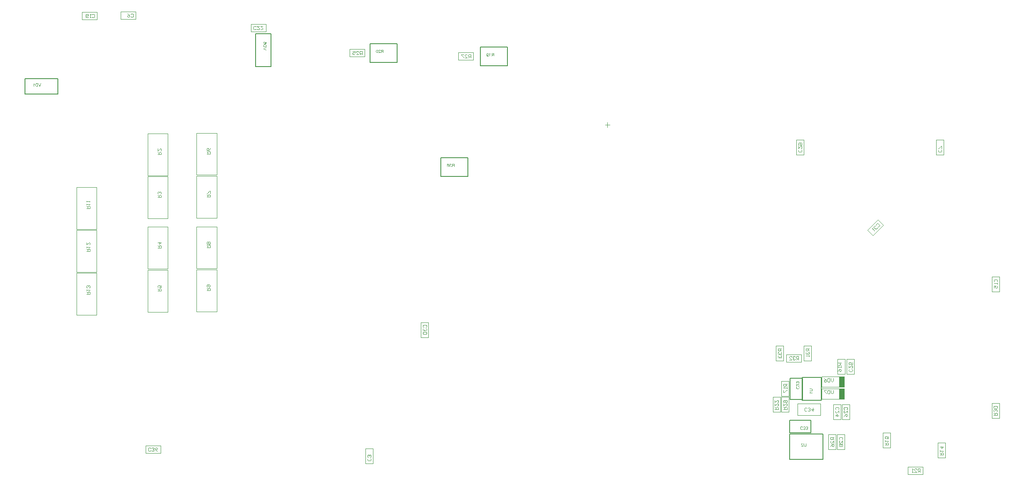
<source format=gbr>
%TF.GenerationSoftware,Altium Limited,Altium Designer,24.3.1 (35)*%
G04 Layer_Color=32896*
%FSLAX43Y43*%
%MOMM*%
%TF.SameCoordinates,76E1361F-AA3B-45A8-A24B-41510BF92E79*%
%TF.FilePolarity,Positive*%
%TF.FileFunction,Other,Bottom_Assembly*%
%TF.Part,Single*%
G01*
G75*
%TA.AperFunction,NonConductor*%
%ADD94C,0.200*%
%ADD133C,0.100*%
%ADD140R,1.050X2.150*%
G36*
X12729Y83381D02*
X12740Y83366D01*
X12752Y83351D01*
X12763Y83338D01*
X12774Y83327D01*
X12782Y83318D01*
X12786Y83315D01*
X12789Y83312D01*
X12789Y83311D01*
X12790Y83310D01*
X12810Y83295D01*
X12829Y83280D01*
X12848Y83267D01*
X12866Y83257D01*
X12882Y83247D01*
X12888Y83244D01*
X12894Y83241D01*
X12899Y83238D01*
X12902Y83237D01*
X12904Y83235D01*
X12905D01*
Y83160D01*
X12891Y83165D01*
X12877Y83172D01*
X12863Y83178D01*
X12850Y83185D01*
X12839Y83190D01*
X12830Y83195D01*
X12825Y83198D01*
X12824Y83199D01*
X12823D01*
X12806Y83210D01*
X12791Y83220D01*
X12778Y83229D01*
X12768Y83237D01*
X12759Y83244D01*
X12753Y83249D01*
X12749Y83253D01*
X12748Y83254D01*
Y82754D01*
X12669D01*
Y83396D01*
X12720D01*
X12729Y83381D01*
D02*
G37*
G36*
X13993Y82754D02*
X13904D01*
X13655Y83394D01*
X13741D01*
X13915Y82929D01*
X13922Y82909D01*
X13929Y82891D01*
X13934Y82873D01*
X13939Y82857D01*
X13943Y82843D01*
X13946Y82833D01*
X13947Y82830D01*
X13948Y82827D01*
X13949Y82825D01*
Y82824D01*
X13960Y82861D01*
X13965Y82879D01*
X13971Y82894D01*
X13976Y82908D01*
X13978Y82914D01*
X13978Y82919D01*
X13980Y82923D01*
X13981Y82926D01*
X13982Y82928D01*
Y82929D01*
X14149Y83394D01*
X14241D01*
X13993Y82754D01*
D02*
G37*
G36*
X13578D02*
X13348D01*
X13327Y82755D01*
X13307Y82756D01*
X13290Y82757D01*
X13275Y82759D01*
X13262Y82761D01*
X13253Y82762D01*
X13250Y82763D01*
X13247Y82764D01*
X13245D01*
X13229Y82769D01*
X13214Y82774D01*
X13201Y82779D01*
X13190Y82784D01*
X13181Y82789D01*
X13174Y82793D01*
X13170Y82795D01*
X13169Y82796D01*
X13157Y82805D01*
X13146Y82815D01*
X13136Y82824D01*
X13128Y82833D01*
X13120Y82842D01*
X13115Y82848D01*
X13111Y82853D01*
X13110Y82855D01*
X13101Y82869D01*
X13092Y82885D01*
X13084Y82900D01*
X13079Y82915D01*
X13073Y82928D01*
X13070Y82938D01*
X13069Y82941D01*
X13068Y82944D01*
X13067Y82946D01*
Y82947D01*
X13061Y82969D01*
X13057Y82991D01*
X13054Y83013D01*
X13051Y83033D01*
X13050Y83051D01*
Y83058D01*
X13049Y83064D01*
Y83069D01*
Y83074D01*
Y83076D01*
Y83076D01*
X13050Y83108D01*
X13053Y83137D01*
X13058Y83162D01*
X13059Y83174D01*
X13062Y83185D01*
X13065Y83195D01*
X13067Y83203D01*
X13069Y83211D01*
X13071Y83217D01*
X13072Y83223D01*
X13074Y83226D01*
X13075Y83228D01*
Y83229D01*
X13085Y83253D01*
X13097Y83274D01*
X13110Y83293D01*
X13122Y83309D01*
X13133Y83321D01*
X13143Y83331D01*
X13146Y83333D01*
X13149Y83336D01*
X13150Y83337D01*
X13151Y83338D01*
X13166Y83350D01*
X13181Y83359D01*
X13197Y83368D01*
X13212Y83374D01*
X13225Y83379D01*
X13235Y83382D01*
X13239Y83383D01*
X13242D01*
X13243Y83384D01*
X13244D01*
X13260Y83387D01*
X13279Y83390D01*
X13297Y83392D01*
X13316Y83393D01*
X13332Y83394D01*
X13578D01*
Y82754D01*
D02*
G37*
G36*
X59635Y91825D02*
X59651Y91823D01*
X59667Y91820D01*
X59680Y91817D01*
X59693Y91812D01*
X59706Y91807D01*
X59717Y91802D01*
X59728Y91797D01*
X59737Y91792D01*
X59745Y91786D01*
X59752Y91782D01*
X59758Y91777D01*
X59763Y91773D01*
X59765Y91770D01*
X59767Y91769D01*
X59768Y91768D01*
X59778Y91757D01*
X59788Y91746D01*
X59795Y91734D01*
X59801Y91721D01*
X59808Y91709D01*
X59813Y91697D01*
X59819Y91675D01*
X59822Y91665D01*
X59824Y91656D01*
X59825Y91648D01*
X59826Y91640D01*
X59826Y91635D01*
Y91614D01*
X59825Y91603D01*
X59820Y91581D01*
X59814Y91561D01*
X59806Y91542D01*
X59799Y91527D01*
X59795Y91521D01*
X59792Y91515D01*
X59789Y91511D01*
X59788Y91508D01*
X59787Y91506D01*
X59786Y91505D01*
X59959Y91539D01*
Y91795D01*
X60034D01*
Y91477D01*
X59704Y91415D01*
X59694Y91489D01*
X59704Y91496D01*
X59713Y91504D01*
X59721Y91512D01*
X59728Y91519D01*
X59732Y91526D01*
X59737Y91532D01*
X59739Y91536D01*
X59740Y91537D01*
X59745Y91549D01*
X59750Y91561D01*
X59752Y91572D01*
X59755Y91583D01*
X59756Y91592D01*
X59757Y91599D01*
Y91617D01*
X59755Y91628D01*
X59751Y91648D01*
X59744Y91664D01*
X59738Y91679D01*
X59730Y91690D01*
X59724Y91698D01*
X59719Y91703D01*
X59718Y91705D01*
X59717D01*
X59702Y91718D01*
X59685Y91727D01*
X59667Y91734D01*
X59650Y91738D01*
X59635Y91741D01*
X59629Y91742D01*
X59623D01*
X59618Y91743D01*
X59615D01*
X59613D01*
X59612D01*
X59599D01*
X59587Y91741D01*
X59564Y91736D01*
X59544Y91730D01*
X59529Y91723D01*
X59516Y91716D01*
X59506Y91709D01*
X59503Y91707D01*
X59500Y91705D01*
X59499Y91704D01*
X59498Y91703D01*
X59491Y91696D01*
X59484Y91688D01*
X59473Y91672D01*
X59466Y91656D01*
X59461Y91640D01*
X59458Y91627D01*
X59457Y91616D01*
X59456Y91612D01*
Y91607D01*
X59457Y91589D01*
X59460Y91574D01*
X59465Y91560D01*
X59471Y91549D01*
X59476Y91538D01*
X59481Y91531D01*
X59484Y91527D01*
X59485Y91525D01*
X59498Y91514D01*
X59512Y91505D01*
X59528Y91498D01*
X59542Y91492D01*
X59556Y91489D01*
X59566Y91486D01*
X59570Y91485D01*
X59573Y91484D01*
X59575D01*
X59576D01*
X59569Y91402D01*
X59555Y91403D01*
X59541Y91406D01*
X59515Y91415D01*
X59493Y91425D01*
X59483Y91430D01*
X59474Y91436D01*
X59466Y91440D01*
X59458Y91446D01*
X59453Y91451D01*
X59448Y91455D01*
X59445Y91459D01*
X59441Y91461D01*
X59440Y91463D01*
X59439Y91464D01*
X59431Y91475D01*
X59423Y91486D01*
X59417Y91498D01*
X59411Y91510D01*
X59403Y91533D01*
X59397Y91556D01*
X59395Y91566D01*
X59394Y91576D01*
X59393Y91585D01*
X59392Y91592D01*
X59391Y91599D01*
Y91607D01*
X59392Y91626D01*
X59395Y91645D01*
X59398Y91662D01*
X59403Y91678D01*
X59409Y91693D01*
X59416Y91707D01*
X59422Y91720D01*
X59430Y91731D01*
X59437Y91741D01*
X59444Y91750D01*
X59451Y91758D01*
X59457Y91764D01*
X59461Y91769D01*
X59465Y91772D01*
X59468Y91774D01*
X59469Y91775D01*
X59481Y91784D01*
X59494Y91792D01*
X59506Y91799D01*
X59519Y91805D01*
X59544Y91814D01*
X59568Y91819D01*
X59578Y91821D01*
X59588Y91823D01*
X59596Y91824D01*
X59604Y91825D01*
X59610Y91826D01*
X59615D01*
X59618D01*
X59618D01*
X59635Y91825D01*
D02*
G37*
G36*
X59756Y91317D02*
X59785Y91314D01*
X59811Y91309D01*
X59823Y91307D01*
X59833Y91305D01*
X59843Y91302D01*
X59851Y91300D01*
X59859Y91298D01*
X59865Y91295D01*
X59871Y91294D01*
X59875Y91292D01*
X59876Y91292D01*
X59877D01*
X59901Y91281D01*
X59923Y91269D01*
X59941Y91256D01*
X59957Y91244D01*
X59970Y91233D01*
X59979Y91224D01*
X59982Y91220D01*
X59985Y91218D01*
X59985Y91217D01*
X59986Y91216D01*
X59998Y91201D01*
X60008Y91185D01*
X60016Y91170D01*
X60022Y91155D01*
X60027Y91142D01*
X60030Y91132D01*
X60032Y91128D01*
Y91125D01*
X60033Y91123D01*
Y91122D01*
X60035Y91107D01*
X60038Y91088D01*
X60040Y91070D01*
X60041Y91051D01*
X60042Y91035D01*
Y90789D01*
X59402D01*
Y91019D01*
X59403Y91040D01*
X59404Y91060D01*
X59406Y91077D01*
X59408Y91092D01*
X59409Y91105D01*
X59410Y91114D01*
X59411Y91117D01*
X59412Y91120D01*
Y91121D01*
X59417Y91138D01*
X59422Y91153D01*
X59427Y91166D01*
X59433Y91177D01*
X59437Y91186D01*
X59441Y91193D01*
X59444Y91196D01*
X59445Y91198D01*
X59453Y91210D01*
X59463Y91220D01*
X59472Y91231D01*
X59482Y91239D01*
X59490Y91246D01*
X59496Y91252D01*
X59501Y91256D01*
X59503Y91256D01*
X59518Y91266D01*
X59533Y91275D01*
X59548Y91282D01*
X59563Y91288D01*
X59576Y91293D01*
X59586Y91297D01*
X59590Y91298D01*
X59593Y91299D01*
X59594Y91300D01*
X59595D01*
X59618Y91305D01*
X59640Y91310D01*
X59661Y91313D01*
X59681Y91316D01*
X59699Y91317D01*
X59706D01*
X59713Y91317D01*
X59717D01*
X59722D01*
X59724D01*
X59725D01*
X59756Y91317D01*
D02*
G37*
G36*
X60042Y90626D02*
X59577Y90452D01*
X59557Y90445D01*
X59539Y90438D01*
X59521Y90433D01*
X59506Y90428D01*
X59492Y90423D01*
X59482Y90421D01*
X59478Y90420D01*
X59475Y90419D01*
X59473Y90418D01*
X59472D01*
X59509Y90407D01*
X59527Y90401D01*
X59543Y90396D01*
X59556Y90391D01*
X59562Y90389D01*
X59568Y90388D01*
X59571Y90386D01*
X59574Y90385D01*
X59576Y90385D01*
X59577D01*
X60042Y90218D01*
Y90126D01*
X59402Y90373D01*
Y90462D01*
X60042Y90712D01*
Y90626D01*
D02*
G37*
G36*
X83043Y90228D02*
X83059Y90227D01*
X83073Y90224D01*
X83087Y90221D01*
X83100Y90218D01*
X83112Y90214D01*
X83123Y90209D01*
X83133Y90205D01*
X83143Y90200D01*
X83150Y90195D01*
X83157Y90192D01*
X83162Y90188D01*
X83167Y90185D01*
X83170Y90182D01*
X83171Y90182D01*
X83172Y90181D01*
X83182Y90171D01*
X83190Y90161D01*
X83198Y90150D01*
X83205Y90139D01*
X83216Y90117D01*
X83223Y90095D01*
X83226Y90084D01*
X83229Y90074D01*
X83231Y90066D01*
X83232Y90059D01*
X83233Y90052D01*
Y90047D01*
X83234Y90045D01*
Y90044D01*
X83154Y90035D01*
X83152Y90057D01*
X83148Y90075D01*
X83143Y90092D01*
X83136Y90105D01*
X83131Y90116D01*
X83125Y90123D01*
X83121Y90128D01*
X83120Y90130D01*
X83106Y90141D01*
X83091Y90149D01*
X83075Y90156D01*
X83061Y90159D01*
X83048Y90162D01*
X83037Y90163D01*
X83034Y90164D01*
X83028D01*
X83009Y90163D01*
X82991Y90159D01*
X82976Y90154D01*
X82963Y90148D01*
X82953Y90142D01*
X82947Y90137D01*
X82942Y90133D01*
X82940Y90132D01*
X82929Y90119D01*
X82921Y90106D01*
X82914Y90093D01*
X82911Y90080D01*
X82908Y90070D01*
X82907Y90060D01*
X82906Y90055D01*
Y90054D01*
Y90053D01*
X82908Y90036D01*
X82912Y90019D01*
X82918Y90003D01*
X82925Y89988D01*
X82932Y89976D01*
X82938Y89966D01*
X82940Y89962D01*
X82942Y89960D01*
X82944Y89959D01*
Y89958D01*
X82951Y89948D01*
X82961Y89937D01*
X82971Y89926D01*
X82982Y89915D01*
X83005Y89893D01*
X83028Y89871D01*
X83040Y89861D01*
X83050Y89851D01*
X83060Y89843D01*
X83069Y89836D01*
X83075Y89830D01*
X83081Y89826D01*
X83084Y89823D01*
X83085Y89822D01*
X83109Y89802D01*
X83130Y89784D01*
X83147Y89767D01*
X83161Y89753D01*
X83173Y89741D01*
X83182Y89733D01*
X83186Y89728D01*
X83188Y89727D01*
Y89726D01*
X83201Y89710D01*
X83211Y89695D01*
X83220Y89680D01*
X83228Y89667D01*
X83233Y89656D01*
X83237Y89648D01*
X83239Y89642D01*
X83240Y89642D01*
Y89641D01*
X83243Y89630D01*
X83245Y89621D01*
X83247Y89612D01*
X83248Y89604D01*
X83249Y89596D01*
Y89591D01*
Y89587D01*
Y89586D01*
X82825D01*
Y89662D01*
X83140D01*
X83129Y89678D01*
X83123Y89684D01*
X83119Y89691D01*
X83114Y89696D01*
X83110Y89700D01*
X83108Y89703D01*
X83107Y89703D01*
X83102Y89708D01*
X83096Y89713D01*
X83084Y89725D01*
X83069Y89739D01*
X83053Y89753D01*
X83038Y89765D01*
X83032Y89770D01*
X83026Y89776D01*
X83022Y89779D01*
X83018Y89782D01*
X83016Y89784D01*
X83015Y89785D01*
X83000Y89798D01*
X82986Y89810D01*
X82973Y89822D01*
X82961Y89832D01*
X82949Y89842D01*
X82940Y89851D01*
X82931Y89860D01*
X82924Y89867D01*
X82916Y89875D01*
X82911Y89880D01*
X82906Y89885D01*
X82901Y89889D01*
X82897Y89895D01*
X82895Y89897D01*
X82882Y89912D01*
X82871Y89926D01*
X82862Y89940D01*
X82854Y89951D01*
X82849Y89961D01*
X82845Y89969D01*
X82843Y89973D01*
X82842Y89975D01*
X82837Y89989D01*
X82833Y90003D01*
X82829Y90016D01*
X82827Y90027D01*
X82827Y90037D01*
X82826Y90045D01*
Y90049D01*
Y90051D01*
X82827Y90065D01*
X82828Y90078D01*
X82830Y90091D01*
X82834Y90102D01*
X82843Y90124D01*
X82852Y90142D01*
X82858Y90150D01*
X82863Y90157D01*
X82867Y90163D01*
X82872Y90168D01*
X82876Y90171D01*
X82877Y90175D01*
X82879Y90176D01*
X82880Y90177D01*
X82890Y90186D01*
X82901Y90194D01*
X82913Y90201D01*
X82925Y90206D01*
X82949Y90216D01*
X82974Y90222D01*
X82984Y90224D01*
X82994Y90226D01*
X83003Y90227D01*
X83011Y90228D01*
X83017Y90229D01*
X83026D01*
X83043Y90228D01*
D02*
G37*
G36*
X83850Y89586D02*
X83765D01*
Y89870D01*
X83656D01*
X83646Y89869D01*
X83638D01*
X83632Y89868D01*
X83627Y89867D01*
X83623D01*
X83622Y89866D01*
X83621D01*
X83606Y89862D01*
X83599Y89859D01*
X83594Y89856D01*
X83588Y89853D01*
X83585Y89851D01*
X83583Y89851D01*
X83582Y89850D01*
X83574Y89844D01*
X83567Y89838D01*
X83553Y89824D01*
X83547Y89817D01*
X83542Y89812D01*
X83539Y89808D01*
X83538Y89807D01*
X83529Y89794D01*
X83519Y89780D01*
X83509Y89765D01*
X83499Y89752D01*
X83490Y89739D01*
X83484Y89728D01*
X83481Y89725D01*
X83479Y89722D01*
X83477Y89720D01*
Y89719D01*
X83393Y89586D01*
X83288D01*
X83398Y89760D01*
X83411Y89778D01*
X83423Y89795D01*
X83435Y89809D01*
X83445Y89822D01*
X83454Y89831D01*
X83462Y89838D01*
X83466Y89843D01*
X83468Y89845D01*
X83476Y89851D01*
X83484Y89857D01*
X83501Y89867D01*
X83508Y89871D01*
X83513Y89875D01*
X83517Y89876D01*
X83519Y89877D01*
X83502Y89880D01*
X83487Y89883D01*
X83473Y89887D01*
X83459Y89891D01*
X83447Y89896D01*
X83436Y89901D01*
X83426Y89906D01*
X83416Y89911D01*
X83409Y89916D01*
X83402Y89921D01*
X83396Y89924D01*
X83391Y89928D01*
X83388Y89931D01*
X83385Y89934D01*
X83384Y89935D01*
X83383Y89936D01*
X83376Y89945D01*
X83368Y89954D01*
X83357Y89973D01*
X83350Y89993D01*
X83344Y90011D01*
X83341Y90027D01*
X83340Y90034D01*
Y90040D01*
X83339Y90045D01*
Y90048D01*
Y90050D01*
Y90051D01*
X83340Y90071D01*
X83342Y90088D01*
X83347Y90105D01*
X83352Y90119D01*
X83357Y90131D01*
X83361Y90140D01*
X83365Y90145D01*
X83366Y90146D01*
Y90147D01*
X83377Y90162D01*
X83388Y90175D01*
X83400Y90186D01*
X83411Y90194D01*
X83421Y90201D01*
X83429Y90205D01*
X83435Y90207D01*
X83436Y90208D01*
X83437D01*
X83445Y90211D01*
X83455Y90214D01*
X83476Y90218D01*
X83498Y90221D01*
X83518Y90224D01*
X83538Y90225D01*
X83546D01*
X83553Y90226D01*
X83850D01*
Y89586D01*
D02*
G37*
G36*
X82557Y90227D02*
X82580Y90223D01*
X82599Y90217D01*
X82616Y90210D01*
X82630Y90203D01*
X82635Y90200D01*
X82640Y90196D01*
X82643Y90194D01*
X82646Y90193D01*
X82647Y90191D01*
X82648D01*
X82665Y90176D01*
X82679Y90158D01*
X82691Y90141D01*
X82700Y90124D01*
X82707Y90108D01*
X82711Y90102D01*
X82713Y90096D01*
X82715Y90091D01*
X82716Y90087D01*
X82717Y90085D01*
Y90084D01*
X82721Y90071D01*
X82725Y90057D01*
X82730Y90026D01*
X82735Y89996D01*
X82738Y89967D01*
X82739Y89953D01*
X82740Y89941D01*
Y89930D01*
X82741Y89920D01*
Y89912D01*
Y89906D01*
Y89902D01*
Y89901D01*
X82740Y89869D01*
X82738Y89838D01*
X82735Y89811D01*
X82730Y89785D01*
X82726Y89761D01*
X82720Y89740D01*
X82715Y89720D01*
X82709Y89703D01*
X82704Y89689D01*
X82697Y89676D01*
X82692Y89665D01*
X82688Y89656D01*
X82683Y89649D01*
X82680Y89644D01*
X82679Y89642D01*
X82678Y89641D01*
X82668Y89630D01*
X82656Y89619D01*
X82644Y89610D01*
X82632Y89603D01*
X82620Y89596D01*
X82608Y89591D01*
X82596Y89587D01*
X82585Y89583D01*
X82574Y89581D01*
X82564Y89579D01*
X82555Y89577D01*
X82547Y89576D01*
X82541Y89575D01*
X82532D01*
X82507Y89577D01*
X82484Y89581D01*
X82464Y89587D01*
X82447Y89593D01*
X82434Y89600D01*
X82429Y89604D01*
X82424Y89606D01*
X82421Y89608D01*
X82418Y89610D01*
X82417Y89612D01*
X82416D01*
X82399Y89628D01*
X82386Y89644D01*
X82373Y89663D01*
X82364Y89679D01*
X82357Y89695D01*
X82353Y89702D01*
X82351Y89708D01*
X82349Y89713D01*
X82348Y89716D01*
X82347Y89718D01*
Y89719D01*
X82342Y89733D01*
X82338Y89747D01*
X82333Y89777D01*
X82328Y89807D01*
X82325Y89837D01*
X82324Y89850D01*
X82324Y89862D01*
Y89873D01*
X82323Y89883D01*
Y89890D01*
Y89897D01*
Y89900D01*
Y89901D01*
Y89919D01*
X82324Y89936D01*
Y89950D01*
X82324Y89965D01*
X82326Y89978D01*
X82327Y89991D01*
X82328Y90002D01*
X82330Y90012D01*
X82331Y90022D01*
X82333Y90030D01*
X82334Y90036D01*
X82335Y90042D01*
X82336Y90047D01*
X82337Y90049D01*
X82337Y90051D01*
Y90052D01*
X82343Y90072D01*
X82349Y90091D01*
X82357Y90107D01*
X82362Y90120D01*
X82369Y90132D01*
X82373Y90141D01*
X82376Y90145D01*
X82377Y90147D01*
X82387Y90161D01*
X82398Y90173D01*
X82409Y90183D01*
X82419Y90193D01*
X82428Y90199D01*
X82435Y90204D01*
X82440Y90206D01*
X82441Y90207D01*
X82442D01*
X82457Y90215D01*
X82472Y90219D01*
X82487Y90223D01*
X82501Y90226D01*
X82513Y90228D01*
X82523Y90229D01*
X82532D01*
X82557Y90227D01*
D02*
G37*
G36*
X105477Y89513D02*
X105487Y89498D01*
X105499Y89483D01*
X105510Y89470D01*
X105522Y89459D01*
X105530Y89450D01*
X105534Y89447D01*
X105536Y89445D01*
X105537Y89444D01*
X105538Y89443D01*
X105558Y89427D01*
X105577Y89412D01*
X105596Y89399D01*
X105614Y89389D01*
X105630Y89380D01*
X105636Y89376D01*
X105642Y89373D01*
X105646Y89371D01*
X105650Y89370D01*
X105652Y89368D01*
X105653D01*
Y89292D01*
X105639Y89298D01*
X105625Y89304D01*
X105611Y89310D01*
X105598Y89317D01*
X105587Y89322D01*
X105578Y89327D01*
X105572Y89331D01*
X105572Y89332D01*
X105571D01*
X105554Y89342D01*
X105539Y89352D01*
X105526Y89361D01*
X105516Y89370D01*
X105507Y89376D01*
X105501Y89382D01*
X105497Y89385D01*
X105496Y89386D01*
Y88886D01*
X105417D01*
Y89529D01*
X105468D01*
X105477Y89513D01*
D02*
G37*
G36*
X105031Y89528D02*
X105045Y89526D01*
X105060Y89523D01*
X105073Y89519D01*
X105098Y89509D01*
X105109Y89505D01*
X105118Y89499D01*
X105128Y89493D01*
X105135Y89488D01*
X105143Y89482D01*
X105148Y89478D01*
X105153Y89474D01*
X105155Y89471D01*
X105157Y89469D01*
X105158Y89469D01*
X105168Y89457D01*
X105177Y89445D01*
X105185Y89433D01*
X105191Y89420D01*
X105197Y89406D01*
X105202Y89393D01*
X105208Y89369D01*
X105211Y89357D01*
X105213Y89347D01*
X105214Y89336D01*
X105215Y89328D01*
X105216Y89322D01*
Y89317D01*
Y89313D01*
Y89312D01*
X105215Y89295D01*
X105213Y89279D01*
X105211Y89263D01*
X105207Y89249D01*
X105203Y89236D01*
X105198Y89223D01*
X105193Y89212D01*
X105188Y89201D01*
X105183Y89192D01*
X105179Y89184D01*
X105174Y89177D01*
X105169Y89171D01*
X105166Y89166D01*
X105164Y89163D01*
X105162Y89162D01*
X105161Y89161D01*
X105151Y89151D01*
X105140Y89142D01*
X105129Y89134D01*
X105117Y89127D01*
X105106Y89122D01*
X105094Y89117D01*
X105073Y89111D01*
X105064Y89108D01*
X105055Y89106D01*
X105047Y89105D01*
X105040Y89104D01*
X105034Y89103D01*
X105027D01*
X105009Y89104D01*
X104993Y89107D01*
X104978Y89111D01*
X104964Y89115D01*
X104954Y89119D01*
X104946Y89123D01*
X104940Y89126D01*
X104938Y89126D01*
X104923Y89136D01*
X104910Y89146D01*
X104899Y89156D01*
X104890Y89165D01*
X104884Y89175D01*
X104878Y89181D01*
X104874Y89186D01*
X104873Y89187D01*
Y89180D01*
Y89175D01*
Y89173D01*
Y89172D01*
X104874Y89153D01*
X104875Y89136D01*
X104877Y89120D01*
X104879Y89105D01*
X104882Y89093D01*
X104884Y89084D01*
X104885Y89080D01*
Y89077D01*
X104885Y89077D01*
Y89076D01*
X104890Y89059D01*
X104895Y89044D01*
X104899Y89031D01*
X104904Y89020D01*
X104908Y89012D01*
X104911Y89005D01*
X104913Y89001D01*
X104914Y89000D01*
X104922Y88990D01*
X104929Y88981D01*
X104936Y88974D01*
X104944Y88967D01*
X104949Y88962D01*
X104955Y88958D01*
X104959Y88956D01*
X104959Y88955D01*
X104970Y88950D01*
X104981Y88946D01*
X104991Y88943D01*
X105001Y88942D01*
X105009Y88941D01*
X105016Y88940D01*
X105022D01*
X105037Y88941D01*
X105051Y88943D01*
X105063Y88947D01*
X105073Y88952D01*
X105081Y88955D01*
X105087Y88959D01*
X105091Y88962D01*
X105092Y88963D01*
X105101Y88973D01*
X105108Y88985D01*
X105115Y88998D01*
X105119Y89011D01*
X105123Y89022D01*
X105126Y89032D01*
X105127Y89036D01*
Y89038D01*
X105128Y89040D01*
Y89040D01*
X105204Y89034D01*
X105198Y89007D01*
X105191Y88984D01*
X105181Y88964D01*
X105172Y88947D01*
X105163Y88934D01*
X105158Y88929D01*
X105155Y88924D01*
X105152Y88921D01*
X105149Y88918D01*
X105148Y88918D01*
X105147Y88917D01*
X105138Y88909D01*
X105128Y88903D01*
X105107Y88893D01*
X105087Y88885D01*
X105068Y88881D01*
X105050Y88877D01*
X105043Y88876D01*
X105036D01*
X105032Y88875D01*
X105024D01*
X104998Y88877D01*
X104975Y88881D01*
X104954Y88887D01*
X104936Y88894D01*
X104929Y88897D01*
X104922Y88901D01*
X104916Y88905D01*
X104910Y88907D01*
X104907Y88909D01*
X104904Y88911D01*
X104902Y88913D01*
X104901D01*
X104883Y88929D01*
X104866Y88946D01*
X104853Y88965D01*
X104842Y88982D01*
X104833Y88998D01*
X104829Y89005D01*
X104826Y89011D01*
X104824Y89016D01*
X104823Y89020D01*
X104822Y89022D01*
Y89023D01*
X104817Y89037D01*
X104812Y89052D01*
X104806Y89084D01*
X104801Y89117D01*
X104799Y89149D01*
X104797Y89163D01*
X104796Y89176D01*
Y89188D01*
X104795Y89199D01*
Y89207D01*
Y89213D01*
Y89218D01*
Y89219D01*
Y89240D01*
X104796Y89261D01*
X104798Y89279D01*
X104799Y89297D01*
X104801Y89312D01*
X104803Y89327D01*
X104806Y89341D01*
X104809Y89353D01*
X104812Y89363D01*
X104813Y89372D01*
X104816Y89381D01*
X104818Y89387D01*
X104820Y89392D01*
X104822Y89396D01*
X104823Y89397D01*
Y89398D01*
X104834Y89420D01*
X104846Y89440D01*
X104860Y89457D01*
X104872Y89470D01*
X104884Y89481D01*
X104893Y89488D01*
X104897Y89491D01*
X104899Y89493D01*
X104900Y89494D01*
X104901D01*
X104921Y89506D01*
X104940Y89514D01*
X104959Y89520D01*
X104977Y89524D01*
X104993Y89527D01*
X104999Y89528D01*
X105004D01*
X105008Y89529D01*
X105015D01*
X105031Y89528D01*
D02*
G37*
G36*
X106325Y88886D02*
X106240D01*
Y89170D01*
X106131D01*
X106121Y89169D01*
X106113D01*
X106107Y89168D01*
X106102Y89167D01*
X106098D01*
X106097Y89166D01*
X106096D01*
X106081Y89162D01*
X106074Y89159D01*
X106069Y89156D01*
X106063Y89153D01*
X106060Y89151D01*
X106058Y89151D01*
X106057Y89150D01*
X106049Y89144D01*
X106042Y89138D01*
X106028Y89124D01*
X106022Y89117D01*
X106017Y89112D01*
X106014Y89108D01*
X106013Y89107D01*
X106004Y89094D01*
X105994Y89080D01*
X105984Y89065D01*
X105974Y89052D01*
X105965Y89039D01*
X105959Y89028D01*
X105956Y89025D01*
X105954Y89022D01*
X105952Y89020D01*
Y89019D01*
X105868Y88886D01*
X105763D01*
X105873Y89060D01*
X105886Y89078D01*
X105898Y89095D01*
X105910Y89109D01*
X105920Y89122D01*
X105929Y89131D01*
X105937Y89138D01*
X105941Y89143D01*
X105943Y89145D01*
X105951Y89151D01*
X105959Y89157D01*
X105976Y89167D01*
X105983Y89171D01*
X105988Y89175D01*
X105992Y89176D01*
X105994Y89177D01*
X105977Y89180D01*
X105962Y89183D01*
X105948Y89187D01*
X105934Y89191D01*
X105922Y89196D01*
X105911Y89201D01*
X105901Y89206D01*
X105891Y89211D01*
X105884Y89216D01*
X105877Y89221D01*
X105871Y89224D01*
X105866Y89228D01*
X105863Y89231D01*
X105860Y89234D01*
X105859Y89235D01*
X105858Y89236D01*
X105851Y89245D01*
X105843Y89254D01*
X105832Y89273D01*
X105825Y89293D01*
X105819Y89311D01*
X105816Y89327D01*
X105815Y89334D01*
Y89340D01*
X105814Y89345D01*
Y89348D01*
Y89350D01*
Y89351D01*
X105815Y89371D01*
X105817Y89388D01*
X105822Y89405D01*
X105827Y89419D01*
X105832Y89431D01*
X105836Y89440D01*
X105840Y89445D01*
X105841Y89446D01*
Y89447D01*
X105852Y89462D01*
X105863Y89475D01*
X105875Y89486D01*
X105886Y89494D01*
X105896Y89501D01*
X105904Y89505D01*
X105910Y89507D01*
X105911Y89508D01*
X105912D01*
X105920Y89511D01*
X105930Y89514D01*
X105951Y89518D01*
X105973Y89521D01*
X105993Y89524D01*
X106013Y89525D01*
X106021D01*
X106028Y89526D01*
X106325D01*
Y88886D01*
D02*
G37*
G36*
X97464Y67017D02*
X97489Y67012D01*
X97510Y67005D01*
X97529Y66997D01*
X97537Y66993D01*
X97544Y66989D01*
X97550Y66985D01*
X97555Y66982D01*
X97558Y66979D01*
X97561Y66977D01*
X97563Y66976D01*
X97564Y66975D01*
X97582Y66958D01*
X97595Y66938D01*
X97607Y66918D01*
X97616Y66898D01*
X97621Y66880D01*
X97624Y66873D01*
X97626Y66866D01*
X97627Y66861D01*
X97628Y66857D01*
X97629Y66854D01*
Y66853D01*
X97550Y66839D01*
X97546Y66860D01*
X97541Y66877D01*
X97534Y66892D01*
X97528Y66904D01*
X97521Y66913D01*
X97516Y66920D01*
X97512Y66924D01*
X97511Y66925D01*
X97499Y66935D01*
X97486Y66942D01*
X97474Y66947D01*
X97462Y66950D01*
X97451Y66952D01*
X97443Y66954D01*
X97435D01*
X97419Y66953D01*
X97404Y66949D01*
X97391Y66945D01*
X97380Y66940D01*
X97372Y66935D01*
X97365Y66930D01*
X97361Y66926D01*
X97360Y66925D01*
X97350Y66914D01*
X97342Y66902D01*
X97337Y66890D01*
X97334Y66879D01*
X97332Y66869D01*
X97330Y66861D01*
Y66856D01*
Y66855D01*
Y66854D01*
Y66844D01*
X97332Y66835D01*
X97337Y66819D01*
X97343Y66805D01*
X97350Y66793D01*
X97358Y66785D01*
X97364Y66778D01*
X97369Y66775D01*
X97370Y66774D01*
X97371D01*
X97386Y66765D01*
X97401Y66759D01*
X97417Y66754D01*
X97431Y66751D01*
X97443Y66750D01*
X97453Y66748D01*
X97465D01*
X97469Y66749D01*
X97473D01*
X97483Y66679D01*
X97471Y66682D01*
X97460Y66684D01*
X97450Y66686D01*
X97442Y66687D01*
X97435Y66688D01*
X97427D01*
X97408Y66686D01*
X97390Y66682D01*
X97374Y66677D01*
X97362Y66670D01*
X97351Y66664D01*
X97344Y66658D01*
X97339Y66654D01*
X97337Y66653D01*
X97325Y66639D01*
X97316Y66624D01*
X97310Y66609D01*
X97306Y66594D01*
X97303Y66582D01*
X97302Y66572D01*
X97301Y66568D01*
Y66566D01*
Y66564D01*
Y66563D01*
X97303Y66543D01*
X97308Y66524D01*
X97313Y66508D01*
X97321Y66494D01*
X97328Y66483D01*
X97334Y66475D01*
X97338Y66469D01*
X97340Y66468D01*
X97355Y66455D01*
X97371Y66445D01*
X97386Y66439D01*
X97401Y66434D01*
X97414Y66432D01*
X97424Y66431D01*
X97428Y66430D01*
X97434D01*
X97450Y66431D01*
X97466Y66434D01*
X97480Y66439D01*
X97491Y66445D01*
X97500Y66449D01*
X97508Y66454D01*
X97511Y66457D01*
X97513Y66458D01*
X97524Y66471D01*
X97533Y66486D01*
X97542Y66502D01*
X97548Y66518D01*
X97553Y66532D01*
X97555Y66539D01*
X97556Y66544D01*
X97557Y66549D01*
X97558Y66553D01*
X97558Y66555D01*
Y66555D01*
X97637Y66545D01*
X97635Y66530D01*
X97632Y66517D01*
X97624Y66491D01*
X97614Y66469D01*
X97608Y66459D01*
X97603Y66450D01*
X97597Y66442D01*
X97592Y66435D01*
X97587Y66429D01*
X97582Y66424D01*
X97580Y66420D01*
X97577Y66418D01*
X97575Y66416D01*
X97574Y66415D01*
X97563Y66407D01*
X97552Y66398D01*
X97541Y66392D01*
X97529Y66386D01*
X97506Y66377D01*
X97484Y66371D01*
X97473Y66370D01*
X97464Y66368D01*
X97456Y66367D01*
X97448Y66366D01*
X97443Y66365D01*
X97435D01*
X97417Y66366D01*
X97401Y66368D01*
X97386Y66371D01*
X97371Y66374D01*
X97357Y66379D01*
X97345Y66383D01*
X97333Y66389D01*
X97323Y66395D01*
X97313Y66399D01*
X97304Y66405D01*
X97297Y66409D01*
X97291Y66414D01*
X97287Y66418D01*
X97283Y66420D01*
X97281Y66422D01*
X97280Y66423D01*
X97269Y66434D01*
X97260Y66446D01*
X97251Y66458D01*
X97244Y66470D01*
X97239Y66481D01*
X97233Y66493D01*
X97226Y66516D01*
X97224Y66526D01*
X97222Y66535D01*
X97220Y66543D01*
X97219Y66551D01*
X97218Y66556D01*
Y66561D01*
Y66564D01*
Y66565D01*
X97219Y66587D01*
X97223Y66607D01*
X97228Y66625D01*
X97234Y66640D01*
X97239Y66652D01*
X97245Y66661D01*
X97249Y66666D01*
X97250Y66668D01*
X97263Y66682D01*
X97276Y66694D01*
X97291Y66703D01*
X97306Y66711D01*
X97319Y66716D01*
X97329Y66720D01*
X97333Y66721D01*
X97336Y66722D01*
X97337Y66723D01*
X97338D01*
X97323Y66731D01*
X97310Y66739D01*
X97299Y66749D01*
X97289Y66757D01*
X97282Y66764D01*
X97276Y66771D01*
X97274Y66775D01*
X97273Y66776D01*
X97265Y66789D01*
X97260Y66802D01*
X97255Y66815D01*
X97252Y66827D01*
X97251Y66837D01*
X97250Y66845D01*
Y66850D01*
Y66852D01*
X97251Y66868D01*
X97253Y66884D01*
X97257Y66898D01*
X97262Y66910D01*
X97266Y66920D01*
X97270Y66928D01*
X97273Y66933D01*
X97274Y66935D01*
X97283Y66948D01*
X97294Y66960D01*
X97305Y66971D01*
X97316Y66980D01*
X97325Y66986D01*
X97334Y66992D01*
X97339Y66995D01*
X97340Y66996D01*
X97341D01*
X97358Y67003D01*
X97374Y67008D01*
X97391Y67013D01*
X97406Y67016D01*
X97418Y67018D01*
X97428Y67019D01*
X97451D01*
X97464Y67017D01*
D02*
G37*
G36*
X96933Y67018D02*
X96950Y67016D01*
X96967Y67012D01*
X96982Y67008D01*
X96996Y67001D01*
X97010Y66996D01*
X97022Y66988D01*
X97033Y66982D01*
X97043Y66975D01*
X97052Y66968D01*
X97059Y66962D01*
X97065Y66957D01*
X97069Y66951D01*
X97073Y66947D01*
X97075Y66946D01*
X97076Y66945D01*
X97088Y66928D01*
X97098Y66909D01*
X97107Y66888D01*
X97116Y66867D01*
X97122Y66845D01*
X97128Y66823D01*
X97132Y66800D01*
X97136Y66778D01*
X97139Y66757D01*
X97141Y66738D01*
X97142Y66720D01*
X97143Y66705D01*
Y66692D01*
X97144Y66683D01*
Y66679D01*
Y66677D01*
Y66676D01*
Y66675D01*
X97143Y66645D01*
X97141Y66617D01*
X97139Y66591D01*
X97134Y66567D01*
X97129Y66546D01*
X97125Y66527D01*
X97119Y66509D01*
X97113Y66493D01*
X97107Y66481D01*
X97102Y66469D01*
X97097Y66459D01*
X97092Y66451D01*
X97088Y66445D01*
X97085Y66441D01*
X97083Y66438D01*
X97082Y66437D01*
X97070Y66424D01*
X97057Y66413D01*
X97044Y66404D01*
X97031Y66396D01*
X97018Y66388D01*
X97005Y66383D01*
X96992Y66378D01*
X96979Y66374D01*
X96968Y66371D01*
X96957Y66369D01*
X96947Y66367D01*
X96939Y66366D01*
X96932D01*
X96927Y66365D01*
X96922D01*
X96901Y66366D01*
X96882Y66370D01*
X96864Y66373D01*
X96848Y66379D01*
X96836Y66383D01*
X96827Y66388D01*
X96823Y66389D01*
X96821Y66391D01*
X96820Y66392D01*
X96819D01*
X96803Y66403D01*
X96788Y66416D01*
X96776Y66429D01*
X96766Y66442D01*
X96758Y66454D01*
X96752Y66463D01*
X96750Y66467D01*
X96749Y66469D01*
X96748Y66470D01*
Y66471D01*
X96738Y66491D01*
X96732Y66511D01*
X96727Y66530D01*
X96724Y66547D01*
X96722Y66562D01*
Y66567D01*
X96721Y66573D01*
Y66578D01*
Y66580D01*
Y66582D01*
Y66583D01*
X96722Y66600D01*
X96724Y66616D01*
X96726Y66631D01*
X96729Y66645D01*
X96734Y66658D01*
X96738Y66671D01*
X96743Y66682D01*
X96749Y66692D01*
X96754Y66702D01*
X96759Y66710D01*
X96763Y66716D01*
X96768Y66723D01*
X96771Y66727D01*
X96773Y66730D01*
X96775Y66732D01*
X96776Y66733D01*
X96786Y66743D01*
X96798Y66752D01*
X96810Y66760D01*
X96821Y66766D01*
X96832Y66773D01*
X96843Y66777D01*
X96864Y66784D01*
X96873Y66787D01*
X96883Y66788D01*
X96890Y66789D01*
X96897Y66790D01*
X96903Y66791D01*
X96910D01*
X96927Y66790D01*
X96943Y66788D01*
X96957Y66785D01*
X96970Y66781D01*
X96982Y66776D01*
X96990Y66774D01*
X96995Y66771D01*
X96996Y66770D01*
X96997D01*
X97012Y66761D01*
X97025Y66751D01*
X97037Y66740D01*
X97046Y66729D01*
X97055Y66720D01*
X97061Y66713D01*
X97065Y66707D01*
X97066Y66706D01*
Y66723D01*
X97065Y66739D01*
X97064Y66754D01*
X97062Y66769D01*
X97061Y66782D01*
X97059Y66794D01*
X97057Y66805D01*
X97055Y66815D01*
X97053Y66824D01*
X97051Y66832D01*
X97049Y66838D01*
X97048Y66844D01*
X97046Y66848D01*
X97045Y66850D01*
X97044Y66852D01*
Y66853D01*
X97035Y66872D01*
X97026Y66888D01*
X97016Y66901D01*
X97006Y66912D01*
X96998Y66922D01*
X96992Y66928D01*
X96987Y66932D01*
X96985Y66933D01*
X96974Y66940D01*
X96963Y66945D01*
X96952Y66948D01*
X96941Y66951D01*
X96933Y66953D01*
X96925Y66954D01*
X96919D01*
X96902Y66952D01*
X96886Y66948D01*
X96873Y66943D01*
X96861Y66937D01*
X96852Y66931D01*
X96846Y66925D01*
X96842Y66922D01*
X96840Y66920D01*
X96834Y66911D01*
X96827Y66901D01*
X96822Y66890D01*
X96818Y66879D01*
X96814Y66869D01*
X96811Y66861D01*
X96810Y66855D01*
X96810Y66854D01*
Y66853D01*
X96731Y66860D01*
X96737Y66886D01*
X96745Y66909D01*
X96754Y66929D01*
X96764Y66946D01*
X96774Y66959D01*
X96778Y66964D01*
X96783Y66969D01*
X96786Y66971D01*
X96788Y66974D01*
X96789Y66975D01*
X96790Y66976D01*
X96799Y66984D01*
X96810Y66990D01*
X96830Y67001D01*
X96850Y67008D01*
X96870Y67013D01*
X96887Y67017D01*
X96895Y67018D01*
X96901D01*
X96907Y67019D01*
X96914D01*
X96933Y67018D01*
D02*
G37*
G36*
X98250Y66376D02*
X98165D01*
Y66660D01*
X98056D01*
X98046Y66659D01*
X98038D01*
X98032Y66658D01*
X98027Y66657D01*
X98023D01*
X98022Y66656D01*
X98021D01*
X98006Y66652D01*
X97999Y66649D01*
X97994Y66646D01*
X97988Y66643D01*
X97985Y66641D01*
X97983Y66641D01*
X97982Y66640D01*
X97975Y66634D01*
X97967Y66628D01*
X97953Y66614D01*
X97947Y66607D01*
X97942Y66602D01*
X97939Y66598D01*
X97938Y66597D01*
X97929Y66584D01*
X97919Y66570D01*
X97909Y66555D01*
X97899Y66542D01*
X97890Y66529D01*
X97884Y66518D01*
X97881Y66515D01*
X97879Y66512D01*
X97877Y66510D01*
Y66509D01*
X97793Y66376D01*
X97688D01*
X97798Y66550D01*
X97811Y66568D01*
X97823Y66585D01*
X97835Y66599D01*
X97845Y66612D01*
X97854Y66621D01*
X97862Y66628D01*
X97866Y66633D01*
X97868Y66635D01*
X97876Y66641D01*
X97884Y66647D01*
X97901Y66657D01*
X97908Y66661D01*
X97913Y66665D01*
X97917Y66666D01*
X97919Y66667D01*
X97902Y66670D01*
X97887Y66673D01*
X97873Y66677D01*
X97859Y66681D01*
X97847Y66686D01*
X97836Y66691D01*
X97826Y66696D01*
X97816Y66701D01*
X97809Y66706D01*
X97802Y66711D01*
X97796Y66714D01*
X97791Y66718D01*
X97788Y66721D01*
X97785Y66724D01*
X97784Y66725D01*
X97783Y66726D01*
X97776Y66735D01*
X97768Y66744D01*
X97757Y66763D01*
X97750Y66783D01*
X97744Y66801D01*
X97741Y66817D01*
X97740Y66824D01*
Y66830D01*
X97739Y66835D01*
Y66838D01*
Y66840D01*
Y66841D01*
X97740Y66861D01*
X97742Y66878D01*
X97747Y66895D01*
X97752Y66909D01*
X97757Y66921D01*
X97761Y66930D01*
X97765Y66935D01*
X97766Y66936D01*
Y66937D01*
X97777Y66952D01*
X97788Y66965D01*
X97800Y66976D01*
X97811Y66984D01*
X97821Y66991D01*
X97829Y66995D01*
X97835Y66997D01*
X97836Y66998D01*
X97837D01*
X97845Y67001D01*
X97855Y67004D01*
X97876Y67008D01*
X97898Y67011D01*
X97918Y67014D01*
X97938Y67015D01*
X97946D01*
X97953Y67016D01*
X98250D01*
Y66376D01*
D02*
G37*
G36*
X170881Y21250D02*
X170897Y21249D01*
X170913Y21247D01*
X170927Y21245D01*
X170940Y21243D01*
X170952Y21241D01*
X170963Y21239D01*
X170973Y21237D01*
X170981Y21234D01*
X170989Y21232D01*
X170994Y21230D01*
X170999Y21228D01*
X171003Y21228D01*
X171005Y21227D01*
X171005D01*
X171026Y21216D01*
X171044Y21204D01*
X171059Y21191D01*
X171072Y21177D01*
X171082Y21165D01*
X171090Y21155D01*
X171091Y21151D01*
X171093Y21148D01*
X171095Y21146D01*
Y21145D01*
X171105Y21122D01*
X171113Y21098D01*
X171118Y21073D01*
X171122Y21050D01*
X171123Y21040D01*
X171124Y21030D01*
X171125Y21020D01*
Y21013D01*
X171126Y21007D01*
Y20998D01*
X171124Y20965D01*
X171122Y20950D01*
X171120Y20936D01*
X171117Y20922D01*
X171115Y20910D01*
X171112Y20899D01*
X171108Y20889D01*
X171104Y20880D01*
X171102Y20873D01*
X171099Y20865D01*
X171096Y20860D01*
X171093Y20855D01*
X171092Y20852D01*
X171091Y20850D01*
Y20849D01*
X171077Y20829D01*
X171061Y20812D01*
X171046Y20799D01*
X171031Y20788D01*
X171018Y20780D01*
X171008Y20775D01*
X171005Y20773D01*
X171002Y20771D01*
X171000Y20770D01*
X170999D01*
X170988Y20766D01*
X170976Y20763D01*
X170951Y20757D01*
X170925Y20753D01*
X170900Y20750D01*
X170889Y20750D01*
X170878Y20749D01*
X170869D01*
X170860Y20748D01*
X170854D01*
X170849D01*
X170846D01*
X170845D01*
X170475D01*
Y20833D01*
X170845D01*
X170866D01*
X170886Y20835D01*
X170904Y20836D01*
X170920Y20839D01*
X170935Y20842D01*
X170949Y20846D01*
X170961Y20848D01*
X170971Y20852D01*
X170980Y20856D01*
X170988Y20860D01*
X170993Y20863D01*
X170999Y20866D01*
X171003Y20869D01*
X171005Y20871D01*
X171006Y20872D01*
X171007Y20873D01*
X171015Y20881D01*
X171021Y20890D01*
X171031Y20910D01*
X171039Y20932D01*
X171043Y20954D01*
X171047Y20974D01*
X171048Y20983D01*
Y20991D01*
X171049Y20996D01*
Y21006D01*
X171048Y21025D01*
X171045Y21043D01*
X171042Y21059D01*
X171038Y21072D01*
X171034Y21083D01*
X171031Y21092D01*
X171029Y21096D01*
X171028Y21098D01*
X171019Y21111D01*
X171009Y21122D01*
X170999Y21131D01*
X170990Y21138D01*
X170981Y21143D01*
X170974Y21148D01*
X170969Y21150D01*
X170968Y21151D01*
X170959Y21154D01*
X170951Y21155D01*
X170932Y21159D01*
X170911Y21162D01*
X170891Y21164D01*
X170873Y21165D01*
X170865D01*
X170858Y21166D01*
X170853D01*
X170848D01*
X170846D01*
X170845D01*
X170475D01*
Y21251D01*
X170845D01*
X170863D01*
X170881Y21250D01*
D02*
G37*
G36*
X170703Y20565D02*
X170697Y20551D01*
X170690Y20537D01*
X170684Y20524D01*
X170678Y20513D01*
X170674Y20504D01*
X170670Y20498D01*
X170669Y20497D01*
Y20496D01*
X170659Y20480D01*
X170649Y20465D01*
X170639Y20452D01*
X170631Y20442D01*
X170625Y20432D01*
X170619Y20427D01*
X170615Y20422D01*
X170614Y20421D01*
X171115D01*
Y20343D01*
X170472D01*
Y20394D01*
X170488Y20403D01*
X170503Y20413D01*
X170517Y20425D01*
X170530Y20436D01*
X170541Y20447D01*
X170551Y20456D01*
X170553Y20459D01*
X170556Y20462D01*
X170557Y20463D01*
X170558Y20464D01*
X170574Y20483D01*
X170589Y20503D01*
X170601Y20521D01*
X170612Y20540D01*
X170621Y20555D01*
X170625Y20562D01*
X170627Y20567D01*
X170630Y20572D01*
X170631Y20576D01*
X170633Y20578D01*
Y20579D01*
X170709D01*
X170703Y20565D01*
D02*
G37*
G36*
X168004Y22755D02*
X168025Y22751D01*
X168042Y22746D01*
X168057Y22740D01*
X168069Y22735D01*
X168078Y22729D01*
X168084Y22725D01*
X168086Y22724D01*
X168100Y22711D01*
X168112Y22698D01*
X168121Y22683D01*
X168128Y22668D01*
X168134Y22655D01*
X168137Y22645D01*
X168138Y22641D01*
X168139Y22638D01*
X168140Y22637D01*
Y22636D01*
X168149Y22651D01*
X168157Y22664D01*
X168166Y22675D01*
X168174Y22685D01*
X168182Y22692D01*
X168188Y22698D01*
X168192Y22700D01*
X168194Y22701D01*
X168207Y22709D01*
X168220Y22714D01*
X168233Y22719D01*
X168245Y22722D01*
X168255Y22723D01*
X168262Y22724D01*
X168268D01*
X168270D01*
X168285Y22723D01*
X168301Y22721D01*
X168315Y22717D01*
X168327Y22712D01*
X168337Y22708D01*
X168346Y22704D01*
X168350Y22701D01*
X168352Y22700D01*
X168366Y22691D01*
X168378Y22680D01*
X168388Y22669D01*
X168397Y22658D01*
X168404Y22649D01*
X168409Y22640D01*
X168412Y22635D01*
X168413Y22634D01*
Y22633D01*
X168420Y22616D01*
X168426Y22600D01*
X168431Y22583D01*
X168433Y22568D01*
X168435Y22556D01*
X168436Y22546D01*
Y22523D01*
X168434Y22510D01*
X168430Y22485D01*
X168422Y22464D01*
X168415Y22445D01*
X168410Y22437D01*
X168407Y22430D01*
X168403Y22424D01*
X168399Y22419D01*
X168396Y22416D01*
X168395Y22413D01*
X168394Y22411D01*
X168393Y22410D01*
X168375Y22392D01*
X168356Y22379D01*
X168335Y22367D01*
X168315Y22358D01*
X168297Y22353D01*
X168290Y22350D01*
X168284Y22348D01*
X168278Y22347D01*
X168274Y22346D01*
X168272Y22345D01*
X168271D01*
X168257Y22424D01*
X168277Y22428D01*
X168295Y22433D01*
X168309Y22440D01*
X168321Y22446D01*
X168331Y22453D01*
X168337Y22458D01*
X168342Y22462D01*
X168343Y22463D01*
X168352Y22475D01*
X168359Y22488D01*
X168364Y22500D01*
X168368Y22512D01*
X168370Y22523D01*
X168371Y22531D01*
Y22539D01*
X168370Y22555D01*
X168367Y22570D01*
X168362Y22583D01*
X168358Y22594D01*
X168352Y22602D01*
X168347Y22609D01*
X168344Y22613D01*
X168343Y22614D01*
X168332Y22624D01*
X168320Y22632D01*
X168308Y22637D01*
X168296Y22640D01*
X168286Y22642D01*
X168279Y22644D01*
X168273D01*
X168272D01*
X168272D01*
X168261D01*
X168252Y22642D01*
X168236Y22637D01*
X168223Y22631D01*
X168211Y22624D01*
X168202Y22616D01*
X168196Y22610D01*
X168192Y22605D01*
X168191Y22604D01*
Y22603D01*
X168183Y22588D01*
X168176Y22573D01*
X168172Y22557D01*
X168169Y22543D01*
X168167Y22531D01*
X168165Y22521D01*
Y22509D01*
X168166Y22505D01*
Y22501D01*
X168097Y22491D01*
X168100Y22503D01*
X168101Y22514D01*
X168103Y22524D01*
X168104Y22532D01*
X168105Y22539D01*
Y22547D01*
X168103Y22566D01*
X168100Y22584D01*
X168094Y22600D01*
X168088Y22612D01*
X168081Y22623D01*
X168076Y22630D01*
X168072Y22635D01*
X168070Y22637D01*
X168056Y22649D01*
X168041Y22658D01*
X168027Y22664D01*
X168012Y22668D01*
X168000Y22671D01*
X167990Y22672D01*
X167986Y22673D01*
X167983D01*
X167981D01*
X167980D01*
X167960Y22671D01*
X167941Y22666D01*
X167926Y22661D01*
X167912Y22653D01*
X167901Y22646D01*
X167892Y22640D01*
X167887Y22636D01*
X167885Y22634D01*
X167872Y22619D01*
X167863Y22603D01*
X167856Y22588D01*
X167852Y22573D01*
X167849Y22560D01*
X167848Y22550D01*
X167847Y22546D01*
Y22540D01*
X167848Y22524D01*
X167852Y22508D01*
X167856Y22494D01*
X167862Y22483D01*
X167867Y22474D01*
X167871Y22466D01*
X167875Y22463D01*
X167876Y22461D01*
X167889Y22450D01*
X167904Y22441D01*
X167919Y22432D01*
X167936Y22426D01*
X167950Y22421D01*
X167956Y22419D01*
X167962Y22418D01*
X167966Y22417D01*
X167970Y22416D01*
X167972Y22416D01*
X167973D01*
X167963Y22337D01*
X167948Y22339D01*
X167934Y22342D01*
X167908Y22350D01*
X167886Y22360D01*
X167877Y22366D01*
X167867Y22371D01*
X167859Y22377D01*
X167853Y22382D01*
X167846Y22387D01*
X167842Y22392D01*
X167838Y22394D01*
X167835Y22397D01*
X167833Y22399D01*
X167832Y22400D01*
X167824Y22411D01*
X167816Y22422D01*
X167809Y22433D01*
X167804Y22445D01*
X167794Y22468D01*
X167789Y22490D01*
X167787Y22501D01*
X167785Y22510D01*
X167784Y22518D01*
X167783Y22526D01*
X167782Y22531D01*
Y22539D01*
X167783Y22557D01*
X167785Y22573D01*
X167788Y22588D01*
X167792Y22603D01*
X167796Y22617D01*
X167801Y22629D01*
X167806Y22641D01*
X167812Y22651D01*
X167817Y22661D01*
X167822Y22670D01*
X167827Y22677D01*
X167831Y22683D01*
X167835Y22687D01*
X167838Y22691D01*
X167840Y22693D01*
X167841Y22694D01*
X167852Y22705D01*
X167864Y22714D01*
X167876Y22722D01*
X167888Y22730D01*
X167899Y22735D01*
X167911Y22741D01*
X167933Y22748D01*
X167943Y22750D01*
X167953Y22752D01*
X167961Y22754D01*
X167968Y22755D01*
X167974Y22756D01*
X167978D01*
X167981D01*
X167982D01*
X168004Y22755D01*
D02*
G37*
G36*
X167869Y21937D02*
X167885Y21948D01*
X167892Y21953D01*
X167898Y21958D01*
X167904Y21963D01*
X167907Y21966D01*
X167910Y21969D01*
X167911Y21970D01*
X167916Y21975D01*
X167920Y21980D01*
X167932Y21993D01*
X167946Y22008D01*
X167960Y22024D01*
X167972Y22038D01*
X167978Y22045D01*
X167983Y22050D01*
X167987Y22055D01*
X167990Y22059D01*
X167991Y22061D01*
X167992Y22061D01*
X168005Y22076D01*
X168017Y22091D01*
X168029Y22104D01*
X168039Y22116D01*
X168050Y22127D01*
X168059Y22136D01*
X168067Y22146D01*
X168075Y22153D01*
X168082Y22160D01*
X168088Y22166D01*
X168092Y22171D01*
X168097Y22175D01*
X168102Y22180D01*
X168104Y22182D01*
X168120Y22195D01*
X168134Y22206D01*
X168148Y22215D01*
X168159Y22222D01*
X168169Y22228D01*
X168176Y22232D01*
X168181Y22233D01*
X168183Y22234D01*
X168197Y22240D01*
X168211Y22244D01*
X168223Y22247D01*
X168235Y22249D01*
X168245Y22250D01*
X168252Y22251D01*
X168257D01*
X168259D01*
X168272Y22250D01*
X168285Y22248D01*
X168298Y22246D01*
X168309Y22243D01*
X168332Y22233D01*
X168349Y22224D01*
X168358Y22219D01*
X168364Y22214D01*
X168370Y22209D01*
X168375Y22205D01*
X168379Y22201D01*
X168382Y22199D01*
X168383Y22197D01*
X168384Y22196D01*
X168394Y22186D01*
X168402Y22175D01*
X168408Y22163D01*
X168414Y22151D01*
X168423Y22127D01*
X168430Y22103D01*
X168431Y22093D01*
X168433Y22083D01*
X168434Y22073D01*
X168435Y22066D01*
X168436Y22060D01*
Y22050D01*
X168435Y22034D01*
X168434Y22018D01*
X168431Y22003D01*
X168429Y21989D01*
X168425Y21976D01*
X168421Y21964D01*
X168417Y21953D01*
X168412Y21943D01*
X168407Y21934D01*
X168403Y21926D01*
X168399Y21920D01*
X168395Y21914D01*
X168393Y21910D01*
X168390Y21907D01*
X168389Y21905D01*
X168388Y21904D01*
X168379Y21895D01*
X168369Y21887D01*
X168358Y21878D01*
X168346Y21872D01*
X168324Y21861D01*
X168302Y21853D01*
X168292Y21851D01*
X168282Y21848D01*
X168273Y21846D01*
X168266Y21844D01*
X168260Y21843D01*
X168255D01*
X168252Y21842D01*
X168251D01*
X168243Y21923D01*
X168264Y21925D01*
X168283Y21928D01*
X168299Y21934D01*
X168312Y21940D01*
X168323Y21946D01*
X168331Y21951D01*
X168335Y21955D01*
X168337Y21957D01*
X168348Y21971D01*
X168357Y21986D01*
X168363Y22001D01*
X168367Y22015D01*
X168370Y22028D01*
X168370Y22039D01*
X168371Y22043D01*
Y22048D01*
X168370Y22068D01*
X168367Y22085D01*
X168361Y22100D01*
X168356Y22113D01*
X168349Y22123D01*
X168345Y22130D01*
X168341Y22134D01*
X168339Y22136D01*
X168326Y22147D01*
X168313Y22156D01*
X168300Y22162D01*
X168287Y22166D01*
X168277Y22169D01*
X168268Y22170D01*
X168262Y22171D01*
X168261D01*
X168260D01*
X168244Y22169D01*
X168226Y22165D01*
X168211Y22159D01*
X168196Y22152D01*
X168184Y22145D01*
X168174Y22138D01*
X168170Y22136D01*
X168167Y22134D01*
X168166Y22133D01*
X168165D01*
X168155Y22125D01*
X168145Y22116D01*
X168134Y22106D01*
X168123Y22095D01*
X168100Y22072D01*
X168078Y22048D01*
X168068Y22036D01*
X168059Y22026D01*
X168051Y22016D01*
X168043Y22008D01*
X168038Y22001D01*
X168033Y21996D01*
X168030Y21992D01*
X168029Y21991D01*
X168010Y21968D01*
X167991Y21947D01*
X167975Y21929D01*
X167961Y21915D01*
X167949Y21903D01*
X167941Y21895D01*
X167935Y21890D01*
X167934Y21889D01*
X167933D01*
X167917Y21876D01*
X167903Y21865D01*
X167888Y21856D01*
X167875Y21849D01*
X167864Y21843D01*
X167855Y21840D01*
X167850Y21838D01*
X167849Y21837D01*
X167848D01*
X167838Y21833D01*
X167829Y21831D01*
X167819Y21829D01*
X167811Y21828D01*
X167804Y21828D01*
X167798D01*
X167794D01*
X167794D01*
Y22252D01*
X167869D01*
Y21937D01*
D02*
G37*
G36*
X168017Y21681D02*
X168002Y21678D01*
X167989Y21673D01*
X167976Y21669D01*
X167964Y21664D01*
X167953Y21658D01*
X167943Y21653D01*
X167934Y21646D01*
X167926Y21641D01*
X167918Y21636D01*
X167913Y21631D01*
X167907Y21626D01*
X167903Y21622D01*
X167900Y21619D01*
X167897Y21616D01*
X167896Y21615D01*
X167895Y21614D01*
X167888Y21605D01*
X167882Y21595D01*
X167872Y21574D01*
X167865Y21555D01*
X167860Y21535D01*
X167856Y21519D01*
X167855Y21512D01*
Y21506D01*
X167855Y21500D01*
Y21494D01*
X167855Y21472D01*
X167859Y21452D01*
X167864Y21434D01*
X167869Y21417D01*
X167875Y21404D01*
X167878Y21399D01*
X167880Y21394D01*
X167881Y21390D01*
X167883Y21387D01*
X167884Y21386D01*
Y21385D01*
X167897Y21367D01*
X167911Y21352D01*
X167927Y21339D01*
X167941Y21329D01*
X167954Y21321D01*
X167966Y21315D01*
X167970Y21313D01*
X167973Y21312D01*
X167975Y21311D01*
X167976D01*
X168000Y21303D01*
X168024Y21298D01*
X168048Y21293D01*
X168070Y21290D01*
X168080Y21289D01*
X168089Y21288D01*
X168098D01*
X168104Y21288D01*
X168110D01*
X168114D01*
X168117D01*
X168118D01*
X168142Y21288D01*
X168164Y21290D01*
X168185Y21294D01*
X168203Y21298D01*
X168219Y21301D01*
X168225Y21302D01*
X168231Y21304D01*
X168235Y21305D01*
X168238Y21306D01*
X168240Y21307D01*
X168241D01*
X168262Y21316D01*
X168282Y21326D01*
X168297Y21338D01*
X168311Y21350D01*
X168322Y21360D01*
X168330Y21368D01*
X168334Y21374D01*
X168336Y21375D01*
Y21376D01*
X168348Y21396D01*
X168358Y21417D01*
X168364Y21437D01*
X168368Y21457D01*
X168370Y21474D01*
X168371Y21482D01*
Y21488D01*
X168372Y21493D01*
Y21500D01*
X168371Y21523D01*
X168368Y21545D01*
X168362Y21562D01*
X168357Y21578D01*
X168350Y21590D01*
X168346Y21599D01*
X168342Y21605D01*
X168340Y21607D01*
X168326Y21621D01*
X168310Y21635D01*
X168294Y21646D01*
X168277Y21656D01*
X168262Y21663D01*
X168255Y21666D01*
X168249Y21668D01*
X168245Y21669D01*
X168241Y21671D01*
X168239Y21672D01*
X168238D01*
X168258Y21755D01*
X168274Y21750D01*
X168289Y21744D01*
X168303Y21737D01*
X168317Y21730D01*
X168329Y21723D01*
X168340Y21715D01*
X168351Y21707D01*
X168360Y21700D01*
X168368Y21693D01*
X168375Y21686D01*
X168382Y21680D01*
X168386Y21675D01*
X168391Y21670D01*
X168394Y21667D01*
X168395Y21665D01*
X168395Y21664D01*
X168404Y21651D01*
X168412Y21638D01*
X168419Y21625D01*
X168424Y21611D01*
X168432Y21583D01*
X168438Y21558D01*
X168441Y21546D01*
X168442Y21536D01*
X168443Y21526D01*
X168443Y21518D01*
X168444Y21511D01*
Y21502D01*
X168443Y21472D01*
X168438Y21442D01*
X168432Y21416D01*
X168429Y21404D01*
X168425Y21393D01*
X168421Y21383D01*
X168418Y21374D01*
X168415Y21366D01*
X168412Y21359D01*
X168409Y21354D01*
X168407Y21350D01*
X168407Y21348D01*
X168406Y21347D01*
X168390Y21322D01*
X168371Y21301D01*
X168353Y21282D01*
X168334Y21266D01*
X168318Y21254D01*
X168310Y21250D01*
X168304Y21246D01*
X168299Y21242D01*
X168296Y21240D01*
X168293Y21240D01*
X168292Y21239D01*
X168263Y21226D01*
X168234Y21216D01*
X168204Y21210D01*
X168177Y21205D01*
X168165Y21203D01*
X168153Y21203D01*
X168144Y21202D01*
X168135D01*
X168128Y21201D01*
X168123D01*
X168119D01*
X168118D01*
X168085Y21203D01*
X168052Y21206D01*
X168024Y21211D01*
X168010Y21215D01*
X167998Y21217D01*
X167987Y21220D01*
X167977Y21224D01*
X167967Y21227D01*
X167960Y21228D01*
X167954Y21231D01*
X167950Y21232D01*
X167947Y21234D01*
X167946D01*
X167918Y21248D01*
X167893Y21264D01*
X167872Y21280D01*
X167864Y21288D01*
X167855Y21296D01*
X167848Y21303D01*
X167842Y21311D01*
X167836Y21317D01*
X167832Y21323D01*
X167829Y21326D01*
X167826Y21330D01*
X167825Y21332D01*
X167824Y21333D01*
X167817Y21346D01*
X167810Y21359D01*
X167800Y21387D01*
X167793Y21414D01*
X167788Y21441D01*
X167786Y21454D01*
X167784Y21465D01*
X167783Y21475D01*
Y21484D01*
X167782Y21491D01*
Y21501D01*
X167783Y21520D01*
X167785Y21537D01*
X167787Y21554D01*
X167791Y21570D01*
X167795Y21584D01*
X167800Y21598D01*
X167805Y21611D01*
X167810Y21623D01*
X167815Y21633D01*
X167819Y21644D01*
X167824Y21651D01*
X167829Y21658D01*
X167832Y21663D01*
X167834Y21668D01*
X167836Y21669D01*
X167837Y21670D01*
X167848Y21683D01*
X167859Y21694D01*
X167872Y21705D01*
X167885Y21715D01*
X167911Y21731D01*
X167937Y21744D01*
X167949Y21750D01*
X167960Y21754D01*
X167970Y21758D01*
X167978Y21761D01*
X167986Y21764D01*
X167991Y21766D01*
X167995Y21767D01*
X167996D01*
X168017Y21681D01*
D02*
G37*
G36*
X169030Y10128D02*
X169046Y10127D01*
X169061Y10125D01*
X169075Y10122D01*
X169088Y10118D01*
X169100Y10115D01*
X169111Y10110D01*
X169121Y10105D01*
X169130Y10101D01*
X169138Y10096D01*
X169144Y10092D01*
X169150Y10089D01*
X169154Y10086D01*
X169157Y10083D01*
X169159Y10082D01*
X169160Y10081D01*
X169169Y10072D01*
X169177Y10062D01*
X169186Y10051D01*
X169192Y10040D01*
X169203Y10017D01*
X169211Y9995D01*
X169213Y9985D01*
X169216Y9975D01*
X169218Y9967D01*
X169220Y9959D01*
X169221Y9953D01*
Y9948D01*
X169222Y9945D01*
Y9944D01*
X169141Y9936D01*
X169139Y9957D01*
X169136Y9976D01*
X169130Y9993D01*
X169124Y10005D01*
X169118Y10017D01*
X169113Y10024D01*
X169109Y10029D01*
X169107Y10030D01*
X169093Y10042D01*
X169078Y10050D01*
X169063Y10056D01*
X169049Y10060D01*
X169036Y10063D01*
X169025Y10064D01*
X169021Y10065D01*
X169016D01*
X168996Y10064D01*
X168979Y10060D01*
X168964Y10054D01*
X168951Y10049D01*
X168941Y10042D01*
X168934Y10038D01*
X168930Y10034D01*
X168928Y10032D01*
X168917Y10019D01*
X168908Y10006D01*
X168902Y9993D01*
X168898Y9980D01*
X168895Y9970D01*
X168894Y9961D01*
X168893Y9956D01*
Y9955D01*
Y9954D01*
X168895Y9937D01*
X168899Y9919D01*
X168906Y9904D01*
X168912Y9889D01*
X168919Y9877D01*
X168926Y9867D01*
X168928Y9863D01*
X168930Y9860D01*
X168931Y9859D01*
Y9858D01*
X168939Y9848D01*
X168948Y9838D01*
X168958Y9827D01*
X168969Y9816D01*
X168992Y9794D01*
X169016Y9772D01*
X169028Y9761D01*
X169038Y9752D01*
X169048Y9744D01*
X169056Y9736D01*
X169063Y9731D01*
X169068Y9726D01*
X169072Y9723D01*
X169073Y9723D01*
X169096Y9703D01*
X169117Y9685D01*
X169135Y9668D01*
X169149Y9654D01*
X169161Y9642D01*
X169169Y9634D01*
X169174Y9628D01*
X169175Y9627D01*
Y9626D01*
X169188Y9611D01*
X169199Y9596D01*
X169208Y9581D01*
X169215Y9568D01*
X169221Y9557D01*
X169224Y9549D01*
X169226Y9543D01*
X169227Y9542D01*
Y9541D01*
X169231Y9531D01*
X169233Y9522D01*
X169235Y9513D01*
X169236Y9504D01*
X169236Y9497D01*
Y9491D01*
Y9488D01*
Y9487D01*
X168812D01*
Y9563D01*
X169127D01*
X169116Y9578D01*
X169111Y9585D01*
X169106Y9591D01*
X169102Y9597D01*
X169098Y9600D01*
X169095Y9603D01*
X169094Y9604D01*
X169089Y9609D01*
X169084Y9613D01*
X169071Y9625D01*
X169056Y9639D01*
X169040Y9653D01*
X169026Y9665D01*
X169019Y9671D01*
X169014Y9676D01*
X169009Y9680D01*
X169005Y9683D01*
X169004Y9685D01*
X169003Y9686D01*
X168988Y9698D01*
X168973Y9711D01*
X168960Y9723D01*
X168948Y9733D01*
X168937Y9743D01*
X168928Y9752D01*
X168918Y9760D01*
X168911Y9768D01*
X168904Y9775D01*
X168898Y9781D01*
X168893Y9785D01*
X168889Y9790D01*
X168884Y9796D01*
X168882Y9797D01*
X168869Y9813D01*
X168858Y9827D01*
X168849Y9841D01*
X168842Y9852D01*
X168836Y9862D01*
X168832Y9870D01*
X168831Y9874D01*
X168830Y9876D01*
X168824Y9890D01*
X168820Y9904D01*
X168817Y9917D01*
X168815Y9928D01*
X168814Y9938D01*
X168813Y9945D01*
Y9950D01*
Y9952D01*
X168814Y9966D01*
X168816Y9979D01*
X168818Y9992D01*
X168821Y10003D01*
X168831Y10025D01*
X168840Y10042D01*
X168845Y10051D01*
X168850Y10057D01*
X168855Y10064D01*
X168859Y10068D01*
X168863Y10072D01*
X168865Y10076D01*
X168867Y10077D01*
X168868Y10078D01*
X168878Y10087D01*
X168889Y10095D01*
X168901Y10102D01*
X168913Y10107D01*
X168937Y10116D01*
X168961Y10123D01*
X168971Y10125D01*
X168981Y10127D01*
X168991Y10127D01*
X168998Y10128D01*
X169004Y10129D01*
X169014D01*
X169030Y10128D01*
D02*
G37*
G36*
X169837Y9757D02*
Y9738D01*
X169837Y9721D01*
X169836Y9704D01*
X169834Y9688D01*
X169832Y9674D01*
X169830Y9662D01*
X169827Y9649D01*
X169825Y9638D01*
X169824Y9628D01*
X169821Y9620D01*
X169819Y9613D01*
X169817Y9607D01*
X169815Y9602D01*
X169814Y9599D01*
X169813Y9597D01*
Y9596D01*
X169803Y9576D01*
X169790Y9557D01*
X169777Y9542D01*
X169764Y9529D01*
X169751Y9519D01*
X169741Y9512D01*
X169738Y9510D01*
X169735Y9508D01*
X169733Y9506D01*
X169732D01*
X169709Y9496D01*
X169685Y9489D01*
X169660Y9483D01*
X169637Y9479D01*
X169627Y9478D01*
X169616Y9478D01*
X169607Y9477D01*
X169600D01*
X169593Y9476D01*
X169585D01*
X169552Y9478D01*
X169537Y9479D01*
X169523Y9481D01*
X169509Y9484D01*
X169497Y9487D01*
X169486Y9490D01*
X169476Y9493D01*
X169467Y9497D01*
X169459Y9500D01*
X169452Y9502D01*
X169446Y9505D01*
X169442Y9508D01*
X169439Y9509D01*
X169437Y9511D01*
X169436D01*
X169416Y9525D01*
X169399Y9540D01*
X169386Y9555D01*
X169375Y9570D01*
X169367Y9583D01*
X169361Y9593D01*
X169359Y9597D01*
X169358Y9600D01*
X169357Y9601D01*
Y9602D01*
X169353Y9613D01*
X169349Y9625D01*
X169344Y9650D01*
X169340Y9676D01*
X169337Y9701D01*
X169336Y9712D01*
X169335Y9723D01*
Y9733D01*
X169335Y9741D01*
Y9747D01*
Y9752D01*
Y9756D01*
Y9757D01*
Y10127D01*
X169420D01*
Y9757D01*
Y9735D01*
X169421Y9715D01*
X169423Y9698D01*
X169426Y9681D01*
X169429Y9666D01*
X169433Y9652D01*
X169435Y9640D01*
X169439Y9630D01*
X169443Y9622D01*
X169446Y9613D01*
X169450Y9608D01*
X169453Y9602D01*
X169456Y9599D01*
X169457Y9596D01*
X169458Y9595D01*
X169459Y9594D01*
X169468Y9587D01*
X169477Y9580D01*
X169497Y9570D01*
X169518Y9563D01*
X169541Y9558D01*
X169561Y9554D01*
X169569Y9553D01*
X169578D01*
X169583Y9552D01*
X169592D01*
X169612Y9553D01*
X169629Y9556D01*
X169646Y9559D01*
X169659Y9564D01*
X169670Y9567D01*
X169678Y9570D01*
X169683Y9573D01*
X169685Y9574D01*
X169698Y9582D01*
X169709Y9592D01*
X169718Y9602D01*
X169725Y9612D01*
X169730Y9621D01*
X169735Y9627D01*
X169737Y9632D01*
X169738Y9634D01*
X169740Y9642D01*
X169742Y9650D01*
X169746Y9670D01*
X169749Y9690D01*
X169751Y9711D01*
X169751Y9728D01*
Y9736D01*
X169752Y9743D01*
Y9748D01*
Y9753D01*
Y9756D01*
Y9757D01*
Y10127D01*
X169837D01*
Y9757D01*
D02*
G37*
G36*
X168931Y13575D02*
X168949Y13573D01*
X168966Y13571D01*
X168981Y13567D01*
X168996Y13563D01*
X169010Y13558D01*
X169023Y13554D01*
X169035Y13548D01*
X169045Y13543D01*
X169055Y13539D01*
X169063Y13534D01*
X169070Y13529D01*
X169075Y13526D01*
X169079Y13524D01*
X169081Y13522D01*
X169082Y13521D01*
X169095Y13510D01*
X169106Y13499D01*
X169116Y13486D01*
X169126Y13473D01*
X169143Y13447D01*
X169156Y13421D01*
X169162Y13409D01*
X169166Y13398D01*
X169170Y13388D01*
X169173Y13380D01*
X169175Y13372D01*
X169177Y13367D01*
X169178Y13363D01*
Y13362D01*
X169093Y13341D01*
X169090Y13356D01*
X169085Y13370D01*
X169080Y13382D01*
X169076Y13394D01*
X169070Y13406D01*
X169065Y13415D01*
X169058Y13424D01*
X169053Y13432D01*
X169048Y13440D01*
X169042Y13445D01*
X169038Y13451D01*
X169034Y13455D01*
X169030Y13458D01*
X169028Y13461D01*
X169027Y13462D01*
X169026Y13463D01*
X169016Y13470D01*
X169006Y13476D01*
X168986Y13486D01*
X168967Y13493D01*
X168947Y13498D01*
X168930Y13502D01*
X168924Y13503D01*
X168918D01*
X168912Y13504D01*
X168906D01*
X168884Y13503D01*
X168864Y13499D01*
X168845Y13494D01*
X168829Y13489D01*
X168816Y13483D01*
X168810Y13480D01*
X168806Y13479D01*
X168802Y13477D01*
X168799Y13475D01*
X168797Y13474D01*
X168796D01*
X168779Y13461D01*
X168764Y13447D01*
X168751Y13431D01*
X168741Y13417D01*
X168733Y13404D01*
X168727Y13393D01*
X168725Y13388D01*
X168723Y13385D01*
X168722Y13383D01*
Y13382D01*
X168715Y13358D01*
X168710Y13334D01*
X168705Y13310D01*
X168702Y13288D01*
X168701Y13278D01*
X168700Y13269D01*
Y13260D01*
X168699Y13254D01*
Y13248D01*
Y13244D01*
Y13241D01*
Y13240D01*
X168700Y13216D01*
X168702Y13194D01*
X168706Y13174D01*
X168710Y13155D01*
X168712Y13139D01*
X168714Y13133D01*
X168716Y13127D01*
X168717Y13123D01*
X168718Y13120D01*
X168719Y13118D01*
Y13117D01*
X168728Y13096D01*
X168738Y13076D01*
X168749Y13061D01*
X168761Y13047D01*
X168771Y13036D01*
X168780Y13028D01*
X168786Y13024D01*
X168787Y13022D01*
X168788D01*
X168808Y13010D01*
X168829Y13001D01*
X168849Y12994D01*
X168869Y12990D01*
X168886Y12988D01*
X168893Y12987D01*
X168900D01*
X168905Y12986D01*
X168912D01*
X168935Y12987D01*
X168956Y12990D01*
X168974Y12996D01*
X168990Y13002D01*
X169002Y13008D01*
X169011Y13013D01*
X169016Y13016D01*
X169018Y13018D01*
X169033Y13032D01*
X169047Y13048D01*
X169058Y13064D01*
X169067Y13081D01*
X169075Y13096D01*
X169077Y13103D01*
X169079Y13109D01*
X169081Y13113D01*
X169083Y13117D01*
X169084Y13119D01*
Y13120D01*
X169167Y13100D01*
X169162Y13084D01*
X169156Y13069D01*
X169149Y13055D01*
X169142Y13041D01*
X169135Y13029D01*
X169126Y13018D01*
X169119Y13007D01*
X169112Y12998D01*
X169104Y12990D01*
X169098Y12983D01*
X169091Y12977D01*
X169087Y12972D01*
X169082Y12967D01*
X169078Y12965D01*
X169077Y12964D01*
X169076Y12963D01*
X169063Y12954D01*
X169050Y12946D01*
X169037Y12940D01*
X169023Y12934D01*
X168995Y12926D01*
X168970Y12920D01*
X168958Y12917D01*
X168948Y12916D01*
X168938Y12916D01*
X168930Y12915D01*
X168923Y12914D01*
X168914D01*
X168883Y12916D01*
X168854Y12920D01*
X168828Y12926D01*
X168816Y12929D01*
X168805Y12933D01*
X168795Y12937D01*
X168785Y12941D01*
X168778Y12943D01*
X168771Y12946D01*
X168766Y12949D01*
X168762Y12951D01*
X168759Y12952D01*
X168759Y12953D01*
X168734Y12968D01*
X168712Y12987D01*
X168694Y13005D01*
X168678Y13024D01*
X168666Y13040D01*
X168661Y13048D01*
X168658Y13054D01*
X168654Y13059D01*
X168652Y13063D01*
X168651Y13065D01*
X168650Y13066D01*
X168637Y13095D01*
X168628Y13125D01*
X168622Y13154D01*
X168617Y13181D01*
X168615Y13193D01*
X168614Y13205D01*
X168613Y13214D01*
Y13223D01*
X168612Y13230D01*
Y13235D01*
Y13239D01*
Y13240D01*
X168614Y13273D01*
X168618Y13306D01*
X168623Y13334D01*
X168626Y13348D01*
X168629Y13360D01*
X168632Y13371D01*
X168636Y13382D01*
X168638Y13391D01*
X168640Y13398D01*
X168643Y13404D01*
X168644Y13408D01*
X168646Y13411D01*
Y13412D01*
X168660Y13440D01*
X168675Y13465D01*
X168692Y13486D01*
X168700Y13494D01*
X168708Y13503D01*
X168715Y13510D01*
X168722Y13517D01*
X168729Y13522D01*
X168734Y13526D01*
X168738Y13529D01*
X168742Y13532D01*
X168744Y13533D01*
X168745Y13534D01*
X168758Y13541D01*
X168771Y13548D01*
X168798Y13558D01*
X168826Y13566D01*
X168853Y13570D01*
X168866Y13572D01*
X168877Y13574D01*
X168887Y13575D01*
X168895D01*
X168903Y13576D01*
X168913D01*
X168931Y13575D01*
D02*
G37*
G36*
X169969D02*
X169984Y13573D01*
X170000Y13570D01*
X170015Y13566D01*
X170029Y13562D01*
X170041Y13557D01*
X170053Y13552D01*
X170063Y13546D01*
X170073Y13541D01*
X170082Y13536D01*
X170089Y13531D01*
X170094Y13527D01*
X170099Y13523D01*
X170103Y13520D01*
X170105Y13518D01*
X170106Y13517D01*
X170117Y13506D01*
X170126Y13494D01*
X170134Y13482D01*
X170142Y13470D01*
X170147Y13459D01*
X170153Y13447D01*
X170160Y13425D01*
X170162Y13415D01*
X170164Y13406D01*
X170166Y13397D01*
X170167Y13390D01*
X170168Y13384D01*
Y13380D01*
Y13377D01*
Y13376D01*
X170167Y13354D01*
X170163Y13333D01*
X170157Y13316D01*
X170152Y13301D01*
X170146Y13289D01*
X170141Y13280D01*
X170137Y13274D01*
X170136Y13272D01*
X170123Y13259D01*
X170109Y13247D01*
X170094Y13237D01*
X170080Y13230D01*
X170067Y13224D01*
X170057Y13221D01*
X170053Y13220D01*
X170050Y13219D01*
X170048Y13218D01*
X170047D01*
X170063Y13210D01*
X170076Y13201D01*
X170087Y13192D01*
X170096Y13184D01*
X170104Y13176D01*
X170109Y13170D01*
X170112Y13166D01*
X170113Y13164D01*
X170120Y13151D01*
X170126Y13138D01*
X170131Y13125D01*
X170133Y13113D01*
X170135Y13103D01*
X170136Y13096D01*
Y13090D01*
Y13088D01*
X170135Y13073D01*
X170132Y13057D01*
X170129Y13043D01*
X170124Y13031D01*
X170119Y13021D01*
X170116Y13013D01*
X170113Y13008D01*
X170112Y13006D01*
X170103Y12992D01*
X170092Y12980D01*
X170081Y12970D01*
X170070Y12961D01*
X170060Y12954D01*
X170052Y12949D01*
X170046Y12946D01*
X170046Y12945D01*
X170045D01*
X170028Y12938D01*
X170011Y12932D01*
X169995Y12928D01*
X169980Y12925D01*
X169968Y12923D01*
X169958Y12922D01*
X169935D01*
X169922Y12924D01*
X169897Y12929D01*
X169875Y12936D01*
X169857Y12943D01*
X169849Y12948D01*
X169842Y12952D01*
X169836Y12955D01*
X169831Y12959D01*
X169827Y12962D01*
X169825Y12964D01*
X169823Y12965D01*
X169822Y12965D01*
X169804Y12983D01*
X169790Y13002D01*
X169779Y13023D01*
X169770Y13043D01*
X169764Y13061D01*
X169762Y13068D01*
X169760Y13075D01*
X169759Y13080D01*
X169758Y13084D01*
X169757Y13087D01*
Y13088D01*
X169836Y13101D01*
X169839Y13081D01*
X169845Y13063D01*
X169851Y13049D01*
X169858Y13037D01*
X169864Y13027D01*
X169870Y13021D01*
X169874Y13016D01*
X169874Y13015D01*
X169886Y13006D01*
X169899Y12999D01*
X169911Y12994D01*
X169923Y12990D01*
X169935Y12989D01*
X169943Y12987D01*
X169950D01*
X169967Y12988D01*
X169982Y12991D01*
X169995Y12996D01*
X170006Y13001D01*
X170014Y13006D01*
X170021Y13011D01*
X170025Y13014D01*
X170026Y13015D01*
X170036Y13026D01*
X170044Y13039D01*
X170048Y13051D01*
X170052Y13062D01*
X170054Y13072D01*
X170056Y13079D01*
Y13085D01*
Y13086D01*
Y13087D01*
Y13097D01*
X170054Y13106D01*
X170049Y13122D01*
X170043Y13136D01*
X170035Y13148D01*
X170028Y13156D01*
X170021Y13162D01*
X170017Y13166D01*
X170016Y13167D01*
X170015D01*
X169999Y13175D01*
X169984Y13182D01*
X169969Y13186D01*
X169955Y13189D01*
X169943Y13191D01*
X169933Y13193D01*
X169921D01*
X169917Y13192D01*
X169912D01*
X169903Y13261D01*
X169915Y13259D01*
X169926Y13257D01*
X169935Y13255D01*
X169944Y13254D01*
X169950Y13253D01*
X169959D01*
X169978Y13255D01*
X169996Y13259D01*
X170011Y13264D01*
X170024Y13271D01*
X170034Y13277D01*
X170042Y13283D01*
X170046Y13286D01*
X170048Y13288D01*
X170060Y13302D01*
X170070Y13317D01*
X170076Y13332D01*
X170080Y13346D01*
X170082Y13358D01*
X170083Y13369D01*
X170084Y13372D01*
Y13375D01*
Y13377D01*
Y13378D01*
X170082Y13398D01*
X170078Y13417D01*
X170072Y13432D01*
X170065Y13446D01*
X170058Y13457D01*
X170052Y13466D01*
X170047Y13471D01*
X170046Y13473D01*
X170031Y13486D01*
X170015Y13495D01*
X169999Y13502D01*
X169984Y13506D01*
X169972Y13509D01*
X169961Y13510D01*
X169958Y13511D01*
X169952D01*
X169935Y13510D01*
X169920Y13506D01*
X169906Y13502D01*
X169895Y13496D01*
X169886Y13492D01*
X169878Y13487D01*
X169874Y13483D01*
X169873Y13482D01*
X169862Y13469D01*
X169852Y13455D01*
X169844Y13439D01*
X169837Y13422D01*
X169833Y13408D01*
X169831Y13402D01*
X169830Y13396D01*
X169829Y13392D01*
X169828Y13388D01*
X169827Y13386D01*
Y13385D01*
X169749Y13395D01*
X169751Y13410D01*
X169753Y13424D01*
X169762Y13450D01*
X169772Y13472D01*
X169777Y13481D01*
X169783Y13491D01*
X169788Y13499D01*
X169794Y13505D01*
X169799Y13512D01*
X169803Y13517D01*
X169806Y13520D01*
X169809Y13523D01*
X169811Y13525D01*
X169812Y13526D01*
X169823Y13534D01*
X169834Y13542D01*
X169845Y13549D01*
X169857Y13554D01*
X169880Y13564D01*
X169902Y13569D01*
X169912Y13571D01*
X169922Y13573D01*
X169930Y13574D01*
X169937Y13575D01*
X169943Y13576D01*
X169951D01*
X169969Y13575D01*
D02*
G37*
G36*
X169471D02*
X169487Y13573D01*
X169503Y13570D01*
X169518Y13566D01*
X169531Y13562D01*
X169543Y13557D01*
X169555Y13552D01*
X169566Y13546D01*
X169576Y13541D01*
X169584Y13536D01*
X169592Y13531D01*
X169597Y13527D01*
X169602Y13523D01*
X169605Y13520D01*
X169607Y13518D01*
X169608Y13517D01*
X169619Y13506D01*
X169629Y13494D01*
X169637Y13482D01*
X169644Y13470D01*
X169650Y13459D01*
X169655Y13447D01*
X169663Y13425D01*
X169665Y13415D01*
X169666Y13406D01*
X169668Y13397D01*
X169669Y13390D01*
X169670Y13384D01*
Y13380D01*
Y13377D01*
Y13376D01*
X169669Y13354D01*
X169666Y13333D01*
X169660Y13316D01*
X169654Y13301D01*
X169649Y13289D01*
X169643Y13280D01*
X169640Y13274D01*
X169639Y13272D01*
X169626Y13259D01*
X169612Y13247D01*
X169597Y13237D01*
X169582Y13230D01*
X169569Y13224D01*
X169559Y13221D01*
X169555Y13220D01*
X169553Y13219D01*
X169551Y13218D01*
X169550D01*
X169566Y13210D01*
X169579Y13201D01*
X169590Y13192D01*
X169599Y13184D01*
X169606Y13176D01*
X169612Y13170D01*
X169615Y13166D01*
X169616Y13164D01*
X169623Y13151D01*
X169629Y13138D01*
X169633Y13125D01*
X169636Y13113D01*
X169638Y13103D01*
X169639Y13096D01*
Y13090D01*
Y13088D01*
X169638Y13073D01*
X169635Y13057D01*
X169631Y13043D01*
X169627Y13031D01*
X169622Y13021D01*
X169618Y13013D01*
X169616Y13008D01*
X169615Y13006D01*
X169605Y12992D01*
X169594Y12980D01*
X169583Y12970D01*
X169572Y12961D01*
X169563Y12954D01*
X169555Y12949D01*
X169549Y12946D01*
X169548Y12945D01*
X169547D01*
X169531Y12938D01*
X169514Y12932D01*
X169497Y12928D01*
X169482Y12925D01*
X169470Y12923D01*
X169460Y12922D01*
X169437D01*
X169424Y12924D01*
X169399Y12929D01*
X169378Y12936D01*
X169359Y12943D01*
X169351Y12948D01*
X169345Y12952D01*
X169338Y12955D01*
X169334Y12959D01*
X169330Y12962D01*
X169327Y12964D01*
X169325Y12965D01*
X169324Y12965D01*
X169307Y12983D01*
X169293Y13002D01*
X169282Y13023D01*
X169273Y13043D01*
X169267Y13061D01*
X169264Y13068D01*
X169262Y13075D01*
X169261Y13080D01*
X169261Y13084D01*
X169260Y13087D01*
Y13088D01*
X169338Y13101D01*
X169342Y13081D01*
X169347Y13063D01*
X169354Y13049D01*
X169360Y13037D01*
X169367Y13027D01*
X169372Y13021D01*
X169376Y13016D01*
X169377Y13015D01*
X169389Y13006D01*
X169402Y12999D01*
X169414Y12994D01*
X169426Y12990D01*
X169437Y12989D01*
X169445Y12987D01*
X169453D01*
X169469Y12988D01*
X169484Y12991D01*
X169497Y12996D01*
X169508Y13001D01*
X169517Y13006D01*
X169523Y13011D01*
X169528Y13014D01*
X169529Y13015D01*
X169539Y13026D01*
X169546Y13039D01*
X169551Y13051D01*
X169555Y13062D01*
X169556Y13072D01*
X169558Y13079D01*
Y13085D01*
Y13086D01*
Y13087D01*
Y13097D01*
X169556Y13106D01*
X169552Y13122D01*
X169545Y13136D01*
X169538Y13148D01*
X169531Y13156D01*
X169524Y13162D01*
X169519Y13166D01*
X169518Y13167D01*
X169518D01*
X169502Y13175D01*
X169487Y13182D01*
X169471Y13186D01*
X169457Y13189D01*
X169445Y13191D01*
X169435Y13193D01*
X169423D01*
X169420Y13192D01*
X169415D01*
X169406Y13261D01*
X169418Y13259D01*
X169429Y13257D01*
X169438Y13255D01*
X169446Y13254D01*
X169453Y13253D01*
X169461D01*
X169481Y13255D01*
X169498Y13259D01*
X169514Y13264D01*
X169527Y13271D01*
X169537Y13277D01*
X169544Y13283D01*
X169549Y13286D01*
X169551Y13288D01*
X169563Y13302D01*
X169572Y13317D01*
X169579Y13332D01*
X169582Y13346D01*
X169585Y13358D01*
X169586Y13369D01*
X169587Y13372D01*
Y13375D01*
Y13377D01*
Y13378D01*
X169585Y13398D01*
X169580Y13417D01*
X169575Y13432D01*
X169568Y13446D01*
X169560Y13457D01*
X169555Y13466D01*
X169550Y13471D01*
X169548Y13473D01*
X169533Y13486D01*
X169518Y13495D01*
X169502Y13502D01*
X169487Y13506D01*
X169474Y13509D01*
X169464Y13510D01*
X169460Y13511D01*
X169455D01*
X169438Y13510D01*
X169422Y13506D01*
X169408Y13502D01*
X169397Y13496D01*
X169388Y13492D01*
X169381Y13487D01*
X169377Y13483D01*
X169375Y13482D01*
X169364Y13469D01*
X169355Y13455D01*
X169347Y13439D01*
X169340Y13422D01*
X169335Y13408D01*
X169334Y13402D01*
X169333Y13396D01*
X169332Y13392D01*
X169331Y13388D01*
X169330Y13386D01*
Y13385D01*
X169251Y13395D01*
X169253Y13410D01*
X169256Y13424D01*
X169264Y13450D01*
X169274Y13472D01*
X169280Y13481D01*
X169286Y13491D01*
X169291Y13499D01*
X169297Y13505D01*
X169301Y13512D01*
X169306Y13517D01*
X169309Y13520D01*
X169311Y13523D01*
X169313Y13525D01*
X169314Y13526D01*
X169325Y13534D01*
X169336Y13542D01*
X169347Y13549D01*
X169359Y13554D01*
X169383Y13564D01*
X169405Y13569D01*
X169415Y13571D01*
X169424Y13573D01*
X169433Y13574D01*
X169440Y13575D01*
X169445Y13576D01*
X169454D01*
X169471Y13575D01*
D02*
G37*
%LPC*%
G36*
X13493Y83318D02*
X13345D01*
X13333Y83317D01*
X13321D01*
X13310Y83316D01*
X13291Y83313D01*
X13277Y83311D01*
X13265Y83309D01*
X13256Y83306D01*
X13252Y83305D01*
X13250Y83304D01*
X13233Y83296D01*
X13218Y83285D01*
X13204Y83273D01*
X13192Y83261D01*
X13182Y83250D01*
X13175Y83241D01*
X13173Y83237D01*
X13171Y83235D01*
X13169Y83233D01*
Y83232D01*
X13164Y83222D01*
X13158Y83210D01*
X13150Y83186D01*
X13144Y83160D01*
X13140Y83135D01*
X13139Y83124D01*
X13138Y83113D01*
X13137Y83103D01*
Y83095D01*
X13136Y83088D01*
Y83083D01*
Y83079D01*
Y83078D01*
X13137Y83052D01*
X13139Y83028D01*
X13142Y83007D01*
X13144Y82989D01*
X13146Y82981D01*
X13148Y82975D01*
X13150Y82968D01*
X13151Y82964D01*
X13152Y82960D01*
X13153Y82957D01*
X13154Y82955D01*
Y82954D01*
X13160Y82937D01*
X13168Y82921D01*
X13176Y82907D01*
X13183Y82895D01*
X13190Y82886D01*
X13195Y82880D01*
X13199Y82876D01*
X13200Y82874D01*
X13209Y82867D01*
X13218Y82860D01*
X13228Y82855D01*
X13237Y82849D01*
X13245Y82845D01*
X13252Y82843D01*
X13256Y82842D01*
X13258Y82841D01*
X13272Y82837D01*
X13289Y82834D01*
X13305Y82832D01*
X13321Y82831D01*
X13335Y82831D01*
X13341Y82830D01*
X13493D01*
Y83318D01*
D02*
G37*
G36*
X59736Y91231D02*
X59731D01*
X59728D01*
X59727D01*
X59701Y91230D01*
X59677Y91228D01*
X59655Y91225D01*
X59637Y91222D01*
X59630Y91220D01*
X59623Y91219D01*
X59617Y91217D01*
X59612Y91216D01*
X59608Y91215D01*
X59605Y91214D01*
X59604Y91213D01*
X59603D01*
X59585Y91207D01*
X59569Y91199D01*
X59556Y91191D01*
X59544Y91183D01*
X59534Y91177D01*
X59528Y91171D01*
X59524Y91168D01*
X59522Y91167D01*
X59515Y91158D01*
X59508Y91148D01*
X59503Y91139D01*
X59497Y91130D01*
X59494Y91121D01*
X59491Y91115D01*
X59490Y91110D01*
X59489Y91108D01*
X59485Y91095D01*
X59483Y91078D01*
X59481Y91061D01*
X59480Y91046D01*
X59479Y91032D01*
X59478Y91025D01*
Y90874D01*
X59966D01*
Y91022D01*
X59965Y91034D01*
Y91046D01*
X59964Y91057D01*
X59961Y91075D01*
X59960Y91090D01*
X59957Y91102D01*
X59954Y91110D01*
X59953Y91115D01*
X59952Y91117D01*
X59944Y91133D01*
X59934Y91149D01*
X59922Y91163D01*
X59910Y91175D01*
X59899Y91184D01*
X59889Y91192D01*
X59886Y91194D01*
X59883Y91195D01*
X59881Y91197D01*
X59880D01*
X59870Y91203D01*
X59858Y91208D01*
X59834Y91217D01*
X59808Y91222D01*
X59783Y91227D01*
X59772Y91228D01*
X59761Y91229D01*
X59752Y91230D01*
X59743D01*
X59736Y91231D01*
D02*
G37*
G36*
X83765Y90155D02*
X83563D01*
X83538Y90154D01*
X83517Y90150D01*
X83499Y90145D01*
X83485Y90140D01*
X83473Y90134D01*
X83465Y90130D01*
X83461Y90126D01*
X83459Y90125D01*
X83448Y90113D01*
X83440Y90101D01*
X83434Y90088D01*
X83429Y90077D01*
X83427Y90066D01*
X83427Y90058D01*
X83426Y90052D01*
Y90051D01*
Y90050D01*
X83427Y90039D01*
X83428Y90028D01*
X83431Y90019D01*
X83434Y90010D01*
X83438Y90003D01*
X83440Y89998D01*
X83442Y89994D01*
X83443Y89993D01*
X83450Y89984D01*
X83458Y89975D01*
X83466Y89969D01*
X83475Y89963D01*
X83482Y89960D01*
X83488Y89957D01*
X83491Y89955D01*
X83493Y89954D01*
X83506Y89950D01*
X83521Y89948D01*
X83536Y89946D01*
X83550Y89945D01*
X83563Y89944D01*
X83574Y89943D01*
X83765D01*
Y90155D01*
D02*
G37*
G36*
X82538Y90164D02*
X82533D01*
X82522Y90163D01*
X82512Y90162D01*
X82503Y90159D01*
X82495Y90156D01*
X82479Y90147D01*
X82465Y90138D01*
X82455Y90128D01*
X82447Y90120D01*
X82444Y90116D01*
X82442Y90113D01*
X82440Y90112D01*
Y90111D01*
X82434Y90100D01*
X82428Y90087D01*
X82422Y90072D01*
X82419Y90057D01*
X82415Y90040D01*
X82412Y90022D01*
X82408Y89987D01*
X82406Y89970D01*
X82405Y89954D01*
X82404Y89939D01*
Y89927D01*
X82403Y89916D01*
Y89908D01*
Y89903D01*
Y89902D01*
Y89901D01*
Y89873D01*
X82405Y89847D01*
X82407Y89824D01*
X82409Y89801D01*
X82411Y89783D01*
X82415Y89765D01*
X82419Y89751D01*
X82422Y89737D01*
X82425Y89726D01*
X82429Y89716D01*
X82432Y89708D01*
X82435Y89702D01*
X82437Y89697D01*
X82439Y89694D01*
X82441Y89692D01*
Y89691D01*
X82448Y89682D01*
X82456Y89675D01*
X82463Y89667D01*
X82471Y89662D01*
X82486Y89653D01*
X82500Y89646D01*
X82513Y89642D01*
X82522Y89641D01*
X82526Y89640D01*
X82532D01*
X82542Y89641D01*
X82551Y89642D01*
X82569Y89648D01*
X82584Y89656D01*
X82598Y89666D01*
X82608Y89675D01*
X82617Y89683D01*
X82621Y89690D01*
X82623Y89691D01*
Y89691D01*
X82630Y89703D01*
X82635Y89716D01*
X82641Y89730D01*
X82644Y89746D01*
X82648Y89763D01*
X82651Y89780D01*
X82655Y89816D01*
X82657Y89833D01*
X82658Y89849D01*
X82659Y89863D01*
Y89875D01*
X82660Y89887D01*
Y89895D01*
Y89900D01*
Y89901D01*
X82659Y89930D01*
X82658Y89956D01*
X82656Y89980D01*
X82654Y90002D01*
X82651Y90022D01*
X82647Y90039D01*
X82643Y90055D01*
X82640Y90069D01*
X82636Y90081D01*
X82633Y90091D01*
X82630Y90099D01*
X82627Y90107D01*
X82624Y90111D01*
X82622Y90115D01*
X82620Y90117D01*
Y90118D01*
X82614Y90126D01*
X82607Y90133D01*
X82600Y90139D01*
X82593Y90145D01*
X82578Y90153D01*
X82564Y90158D01*
X82552Y90161D01*
X82542Y90163D01*
X82538Y90164D01*
D02*
G37*
G36*
X105010Y89464D02*
X104995D01*
X104986Y89462D01*
X104970Y89457D01*
X104955Y89451D01*
X104942Y89445D01*
X104932Y89437D01*
X104924Y89431D01*
X104920Y89426D01*
X104918Y89425D01*
Y89424D01*
X104906Y89408D01*
X104897Y89391D01*
X104890Y89372D01*
X104886Y89355D01*
X104884Y89340D01*
X104883Y89334D01*
Y89327D01*
X104882Y89322D01*
Y89319D01*
Y89317D01*
Y89316D01*
X104884Y89292D01*
X104887Y89271D01*
X104893Y89253D01*
X104899Y89238D01*
X104907Y89226D01*
X104912Y89218D01*
X104916Y89212D01*
X104918Y89211D01*
X104932Y89198D01*
X104946Y89188D01*
X104961Y89182D01*
X104976Y89177D01*
X104988Y89175D01*
X104998Y89174D01*
X105002Y89173D01*
X105008D01*
X105027Y89175D01*
X105045Y89178D01*
X105060Y89185D01*
X105074Y89192D01*
X105084Y89199D01*
X105093Y89205D01*
X105097Y89209D01*
X105099Y89211D01*
X105111Y89225D01*
X105120Y89242D01*
X105126Y89259D01*
X105130Y89274D01*
X105133Y89288D01*
X105134Y89294D01*
Y89299D01*
X105135Y89304D01*
Y89307D01*
Y89309D01*
Y89310D01*
X105133Y89334D01*
X105130Y89356D01*
X105123Y89375D01*
X105116Y89391D01*
X105109Y89404D01*
X105103Y89413D01*
X105101Y89416D01*
X105099Y89419D01*
X105097Y89420D01*
Y89420D01*
X105090Y89428D01*
X105082Y89435D01*
X105067Y89445D01*
X105051Y89454D01*
X105036Y89458D01*
X105024Y89462D01*
X105014Y89463D01*
X105010Y89464D01*
D02*
G37*
G36*
X106240Y89455D02*
X106038D01*
X106013Y89454D01*
X105992Y89450D01*
X105974Y89445D01*
X105960Y89440D01*
X105948Y89434D01*
X105940Y89430D01*
X105936Y89426D01*
X105934Y89425D01*
X105923Y89413D01*
X105915Y89401D01*
X105909Y89388D01*
X105904Y89377D01*
X105902Y89366D01*
X105902Y89358D01*
X105901Y89352D01*
Y89351D01*
Y89350D01*
X105902Y89339D01*
X105903Y89328D01*
X105906Y89319D01*
X105909Y89310D01*
X105913Y89303D01*
X105915Y89298D01*
X105917Y89294D01*
X105918Y89293D01*
X105925Y89284D01*
X105933Y89275D01*
X105941Y89269D01*
X105950Y89263D01*
X105957Y89260D01*
X105963Y89257D01*
X105966Y89255D01*
X105968Y89254D01*
X105981Y89250D01*
X105996Y89248D01*
X106011Y89246D01*
X106025Y89245D01*
X106038Y89244D01*
X106049Y89243D01*
X106240D01*
Y89455D01*
D02*
G37*
G36*
X96932Y66722D02*
X96926D01*
X96907Y66720D01*
X96889Y66715D01*
X96874Y66710D01*
X96861Y66702D01*
X96851Y66695D01*
X96844Y66690D01*
X96839Y66685D01*
X96837Y66683D01*
X96825Y66667D01*
X96816Y66651D01*
X96810Y66633D01*
X96806Y66616D01*
X96803Y66602D01*
X96802Y66595D01*
Y66590D01*
X96801Y66585D01*
Y66581D01*
Y66579D01*
Y66579D01*
X96803Y66554D01*
X96807Y66532D01*
X96812Y66514D01*
X96819Y66498D01*
X96826Y66486D01*
X96832Y66477D01*
X96835Y66471D01*
X96837Y66470D01*
Y66469D01*
X96844Y66462D01*
X96851Y66457D01*
X96866Y66446D01*
X96881Y66440D01*
X96894Y66434D01*
X96906Y66432D01*
X96915Y66431D01*
X96919Y66430D01*
X96923D01*
X96936Y66431D01*
X96948Y66432D01*
X96959Y66436D01*
X96969Y66440D01*
X96977Y66443D01*
X96983Y66446D01*
X96987Y66448D01*
X96989Y66449D01*
X97000Y66457D01*
X97009Y66466D01*
X97018Y66476D01*
X97024Y66484D01*
X97030Y66493D01*
X97033Y66499D01*
X97036Y66504D01*
X97037Y66506D01*
X97043Y66519D01*
X97046Y66533D01*
X97050Y66546D01*
X97052Y66558D01*
X97053Y66568D01*
X97054Y66577D01*
Y66581D01*
Y66583D01*
X97052Y66605D01*
X97048Y66625D01*
X97042Y66642D01*
X97035Y66656D01*
X97029Y66668D01*
X97022Y66677D01*
X97019Y66681D01*
X97017Y66683D01*
X97002Y66696D01*
X96987Y66705D01*
X96971Y66713D01*
X96957Y66717D01*
X96945Y66720D01*
X96935Y66721D01*
X96932Y66722D01*
D02*
G37*
G36*
X98165Y66945D02*
X97963D01*
X97938Y66944D01*
X97917Y66940D01*
X97899Y66935D01*
X97885Y66930D01*
X97873Y66924D01*
X97865Y66920D01*
X97861Y66916D01*
X97859Y66915D01*
X97848Y66903D01*
X97840Y66891D01*
X97834Y66878D01*
X97829Y66867D01*
X97827Y66856D01*
X97827Y66848D01*
X97826Y66842D01*
Y66841D01*
Y66840D01*
X97827Y66829D01*
X97828Y66818D01*
X97831Y66809D01*
X97834Y66800D01*
X97838Y66793D01*
X97840Y66788D01*
X97842Y66784D01*
X97843Y66783D01*
X97850Y66774D01*
X97858Y66765D01*
X97866Y66759D01*
X97875Y66753D01*
X97882Y66750D01*
X97888Y66747D01*
X97891Y66745D01*
X97893Y66744D01*
X97906Y66740D01*
X97921Y66738D01*
X97936Y66736D01*
X97950Y66735D01*
X97963Y66734D01*
X97975Y66733D01*
X98165D01*
Y66945D01*
D02*
G37*
%LPD*%
D94*
X17591Y81194D02*
Y84314D01*
X10891Y81194D02*
X17591D01*
X10891D02*
Y84314D01*
X17591D01*
X57831Y86776D02*
X60951D01*
X57831D02*
Y93476D01*
X60951D01*
Y86776D02*
Y93476D01*
X81097Y91478D02*
X86603D01*
X81097Y87672D02*
Y91478D01*
Y87672D02*
X86603D01*
Y91478D01*
X103572Y90778D02*
X109078D01*
X103572Y86972D02*
Y90778D01*
Y86972D02*
X109078D01*
Y90778D01*
X101003Y64462D02*
Y68268D01*
X95497Y64462D02*
X101003D01*
X95497D02*
Y68268D01*
X101003D01*
X168987Y18945D02*
Y23557D01*
Y18945D02*
X172887D01*
Y23557D01*
X168987D02*
X172887D01*
X169061Y19048D02*
Y23354D01*
X166504D02*
X169061D01*
X166504Y19048D02*
Y23354D01*
Y19048D02*
X169061D01*
X173191Y6926D02*
Y12026D01*
X166484Y6926D02*
X173191D01*
X166484D02*
Y12026D01*
X173191D01*
X166459Y12298D02*
Y14854D01*
X170766D01*
Y12298D02*
Y14854D01*
X166459Y12298D02*
X170766D01*
D133*
X35876Y64650D02*
Y73175D01*
X39976Y64650D02*
Y73175D01*
X35876D02*
X39976D01*
X35876Y64650D02*
X39976D01*
X185438Y9276D02*
X186962D01*
X185438Y12324D02*
X186962D01*
Y9276D02*
Y12324D01*
X185438Y9276D02*
Y12324D01*
X178081Y24225D02*
X179605D01*
X178081Y27273D02*
X179605D01*
Y24225D02*
Y27273D01*
X178081Y24225D02*
Y27273D01*
X193516Y3873D02*
Y5397D01*
X190468Y3873D02*
Y5397D01*
X193516D01*
X190468Y3873D02*
X193516D01*
X169299Y29998D02*
X170823D01*
X169299Y26950D02*
X170823D01*
X169299D02*
Y29998D01*
X170823Y26950D02*
Y29998D01*
X21400Y36250D02*
Y44775D01*
X25500Y36250D02*
Y44775D01*
X21400D02*
X25500D01*
X21400Y36250D02*
X25500D01*
X45825Y56025D02*
X49925D01*
X45825Y64550D02*
X49925D01*
Y56025D02*
Y64550D01*
X45825Y56025D02*
Y64550D01*
X45831Y64775D02*
X49931D01*
X45831Y73300D02*
X49931D01*
Y64775D02*
Y73300D01*
X45831Y64775D02*
Y73300D01*
X45831Y45725D02*
Y54250D01*
X49931Y45725D02*
Y54250D01*
X45831D02*
X49931D01*
X45831Y45725D02*
X49931D01*
X45825Y36975D02*
X49925D01*
X45825Y45500D02*
X49925D01*
Y36975D02*
Y45500D01*
X45825Y36975D02*
Y45500D01*
X35875Y45650D02*
Y54175D01*
X39975Y45650D02*
Y54175D01*
X35875D02*
X39975D01*
X35875Y45650D02*
X39975D01*
X35875Y36875D02*
Y45400D01*
X39975Y36875D02*
Y45400D01*
X35875D02*
X39975D01*
X35875Y36875D02*
X39975D01*
X35875Y55925D02*
Y64450D01*
X39975Y55925D02*
Y64450D01*
X35875D02*
X39975D01*
X35875Y55925D02*
X39975D01*
X35426Y9662D02*
X38474D01*
X35426Y8138D02*
X38474D01*
Y9662D01*
X35426Y8138D02*
Y9662D01*
X168037Y18226D02*
X172737D01*
X168037Y15876D02*
X172737D01*
Y18226D01*
X168037Y15876D02*
Y18226D01*
X183336Y52434D02*
X185491Y54589D01*
X182259Y53511D02*
X184414Y55666D01*
X182259Y53511D02*
X183336Y52434D01*
X184414Y55666D02*
X185491Y54589D01*
X167788Y68901D02*
X169312D01*
X167788Y71949D02*
X169312D01*
Y68901D02*
Y71949D01*
X167788Y68901D02*
Y71949D01*
X207588Y44049D02*
X209112D01*
X207588Y41001D02*
X209112D01*
X207588D02*
Y44049D01*
X209112Y41001D02*
Y44049D01*
X196263Y68901D02*
X197787D01*
X196263Y71949D02*
X197787D01*
Y68901D02*
Y71949D01*
X196263Y68901D02*
Y71949D01*
X92987Y31726D02*
Y34774D01*
X91463Y31726D02*
Y34774D01*
Y31726D02*
X92987D01*
X91463Y34774D02*
X92987D01*
X80163Y6076D02*
Y9124D01*
X81687Y6076D02*
Y9124D01*
X80163D02*
X81687D01*
X80163Y6076D02*
X81687D01*
X163675Y29974D02*
X165199D01*
X163675Y26926D02*
X165199D01*
X163675D02*
Y29974D01*
X165199Y26926D02*
Y29974D01*
X30401Y96463D02*
X33449D01*
X30401Y97987D02*
X33449D01*
X30401Y96463D02*
Y97987D01*
X33449Y96463D02*
Y97987D01*
X25599Y96388D02*
Y97912D01*
X22551Y96388D02*
Y97912D01*
X25599D01*
X22551Y96388D02*
X25599D01*
X56851Y93938D02*
Y95462D01*
X59899Y93938D02*
Y95462D01*
X56851Y93938D02*
X59899D01*
X56851Y95462D02*
X59899D01*
X129400Y74475D02*
Y75475D01*
X128900Y74975D02*
X129900D01*
X76951Y88813D02*
X79999D01*
X76951Y90337D02*
X79999D01*
X76951Y88813D02*
Y90337D01*
X79999Y88813D02*
Y90337D01*
X99051Y88163D02*
X102099D01*
X99051Y89687D02*
X102099D01*
X99051Y88163D02*
Y89687D01*
X102099Y88163D02*
Y89687D01*
X21400Y53700D02*
Y62225D01*
X25500Y53700D02*
Y62225D01*
X21400D02*
X25500D01*
X21400Y53700D02*
X25500D01*
X21400Y44975D02*
X25500D01*
X21400Y53500D02*
X25500D01*
Y44975D02*
Y53500D01*
X21400Y44975D02*
Y53500D01*
X174348Y11932D02*
X175872D01*
X174348Y8884D02*
X175872D01*
X174348D02*
Y11932D01*
X175872Y8884D02*
Y11932D01*
X176098D02*
X177622D01*
X176098Y8884D02*
X177622D01*
X176098D02*
Y11932D01*
X177622Y8884D02*
Y11932D01*
X178594Y15003D02*
Y18051D01*
X177070Y15003D02*
Y18051D01*
Y15003D02*
X178594D01*
X177070Y18051D02*
X178594D01*
X176867Y15002D02*
Y18050D01*
X175343Y15002D02*
Y18050D01*
Y15002D02*
X176867D01*
X175343Y18050D02*
X176867D01*
X176150Y27273D02*
X177674D01*
X176150Y24225D02*
X177674D01*
X176150D02*
Y27273D01*
X177674Y24225D02*
Y27273D01*
X168811Y26738D02*
Y28262D01*
X165763Y26738D02*
Y28262D01*
X168811D01*
X165763Y26738D02*
X168811D01*
X207552Y15301D02*
Y18349D01*
X209076Y15301D02*
Y18349D01*
X207552D02*
X209076D01*
X207552Y15301D02*
X209076D01*
X164789Y16527D02*
Y19575D01*
X166313Y16527D02*
Y19575D01*
X164789D02*
X166313D01*
X164789Y16527D02*
X166313D01*
X163025Y16527D02*
Y19575D01*
X164549Y16527D02*
Y19575D01*
X163025D02*
X164549D01*
X163025Y16527D02*
X164549D01*
X166313Y19752D02*
Y22800D01*
X164789Y19752D02*
Y22800D01*
Y19752D02*
X166313D01*
X164789Y22800D02*
X166313D01*
X196588Y7226D02*
Y10274D01*
X198112Y7226D02*
Y10274D01*
X196588D02*
X198112D01*
X196588Y7226D02*
X198112D01*
X177562Y23376D02*
Y23726D01*
Y21601D02*
Y21876D01*
X172962Y21601D02*
X177562D01*
X172962Y23726D02*
X177562D01*
X172962Y21601D02*
Y23726D01*
X177562Y21876D02*
Y23376D01*
Y19426D02*
Y20926D01*
X172962Y19151D02*
Y21276D01*
X177562D01*
X172962Y19151D02*
X177562D01*
Y19426D01*
Y20926D02*
Y21276D01*
X37926Y68925D02*
X38626D01*
Y69275D01*
X38509Y69392D01*
X38276D01*
X38159Y69275D01*
Y68925D01*
Y69158D02*
X37926Y69392D01*
Y70091D02*
Y69625D01*
X38392Y70091D01*
X38509D01*
X38626Y69975D01*
Y69741D01*
X38509Y69625D01*
X185850Y9825D02*
X186550D01*
Y10175D01*
X186433Y10292D01*
X186200D01*
X186083Y10175D01*
Y9825D01*
Y10058D02*
X185850Y10292D01*
Y10525D02*
Y10758D01*
Y10641D01*
X186550D01*
X186433Y10525D01*
X186550Y11574D02*
Y11108D01*
X186200D01*
X186317Y11341D01*
Y11458D01*
X186200Y11574D01*
X185967D01*
X185850Y11458D01*
Y11225D01*
X185967Y11108D01*
X179077Y25241D02*
X179193Y25124D01*
Y24891D01*
X179077Y24774D01*
X178610D01*
X178493Y24891D01*
Y25124D01*
X178610Y25241D01*
X178493Y25940D02*
Y25474D01*
X178960Y25940D01*
X179077D01*
X179193Y25824D01*
Y25591D01*
X179077Y25474D01*
X179193Y26640D02*
Y26174D01*
X178843D01*
X178960Y26407D01*
Y26524D01*
X178843Y26640D01*
X178610D01*
X178493Y26524D01*
Y26290D01*
X178610Y26174D01*
X192967Y4285D02*
Y4985D01*
X192617D01*
X192500Y4868D01*
Y4635D01*
X192617Y4518D01*
X192967D01*
X192733D02*
X192500Y4285D01*
X191800D02*
X192267D01*
X191800Y4752D01*
Y4868D01*
X191917Y4985D01*
X192150D01*
X192267Y4868D01*
X191567Y4285D02*
X191334D01*
X191451D01*
Y4985D01*
X191567Y4868D01*
X170411Y29449D02*
X169712D01*
Y29099D01*
X169828Y28983D01*
X170061D01*
X170178Y29099D01*
Y29449D01*
Y29216D02*
X170411Y28983D01*
X169828Y28749D02*
X169712Y28633D01*
Y28399D01*
X169828Y28283D01*
X169945D01*
X170061Y28399D01*
Y28516D01*
Y28399D01*
X170178Y28283D01*
X170295D01*
X170411Y28399D01*
Y28633D01*
X170295Y28749D01*
X170411Y28050D02*
Y27816D01*
Y27933D01*
X169712D01*
X169828Y28050D01*
X23450Y40525D02*
X24150D01*
Y40875D01*
X24033Y40992D01*
X23800D01*
X23683Y40875D01*
Y40525D01*
Y40758D02*
X23450Y40992D01*
Y41225D02*
Y41458D01*
Y41341D01*
X24150D01*
X24033Y41225D01*
Y41808D02*
X24150Y41925D01*
Y42158D01*
X24033Y42274D01*
X23917D01*
X23800Y42158D01*
Y42041D01*
Y42158D01*
X23683Y42274D01*
X23567D01*
X23450Y42158D01*
Y41925D01*
X23567Y41808D01*
X47875Y60300D02*
X48575D01*
Y60650D01*
X48458Y60767D01*
X48225D01*
X48108Y60650D01*
Y60300D01*
Y60533D02*
X47875Y60767D01*
X48575Y61000D02*
Y61466D01*
X48458D01*
X47992Y61000D01*
X47875D01*
X47881Y69050D02*
X48581D01*
Y69400D01*
X48464Y69517D01*
X48231D01*
X48114Y69400D01*
Y69050D01*
Y69283D02*
X47881Y69517D01*
X48581Y70216D02*
X48464Y69983D01*
X48231Y69750D01*
X47998D01*
X47881Y69866D01*
Y70100D01*
X47998Y70216D01*
X48114D01*
X48231Y70100D01*
Y69750D01*
X47881Y50000D02*
X48581D01*
Y50350D01*
X48464Y50467D01*
X48231D01*
X48114Y50350D01*
Y50000D01*
Y50233D02*
X47881Y50467D01*
X48464Y50700D02*
X48581Y50816D01*
Y51050D01*
X48464Y51166D01*
X48348D01*
X48231Y51050D01*
X48114Y51166D01*
X47998D01*
X47881Y51050D01*
Y50816D01*
X47998Y50700D01*
X48114D01*
X48231Y50816D01*
X48348Y50700D01*
X48464D01*
X48231Y50816D02*
Y51050D01*
X47875Y41250D02*
X48575D01*
Y41600D01*
X48458Y41717D01*
X48225D01*
X48108Y41600D01*
Y41250D01*
Y41483D02*
X47875Y41717D01*
X47992Y41950D02*
X47875Y42066D01*
Y42300D01*
X47992Y42416D01*
X48458D01*
X48575Y42300D01*
Y42066D01*
X48458Y41950D01*
X48342D01*
X48225Y42066D01*
Y42416D01*
X37925Y49925D02*
X38625D01*
Y50275D01*
X38508Y50392D01*
X38275D01*
X38158Y50275D01*
Y49925D01*
Y50158D02*
X37925Y50392D01*
Y50975D02*
X38625D01*
X38275Y50625D01*
Y51091D01*
X37925Y41150D02*
X38625D01*
Y41500D01*
X38508Y41617D01*
X38275D01*
X38158Y41500D01*
Y41150D01*
Y41383D02*
X37925Y41617D01*
X38625Y42316D02*
Y41850D01*
X38275D01*
X38392Y42083D01*
Y42200D01*
X38275Y42316D01*
X38042D01*
X37925Y42200D01*
Y41966D01*
X38042Y41850D01*
X37925Y60200D02*
X38625D01*
Y60550D01*
X38508Y60667D01*
X38275D01*
X38158Y60550D01*
Y60200D01*
Y60433D02*
X37925Y60667D01*
X38508Y60900D02*
X38625Y61016D01*
Y61250D01*
X38508Y61366D01*
X38392D01*
X38275Y61250D01*
Y61133D01*
Y61250D01*
X38158Y61366D01*
X38042D01*
X37925Y61250D01*
Y61016D01*
X38042Y60900D01*
X36442Y8667D02*
X36325Y8550D01*
X36092D01*
X35975Y8667D01*
Y9133D01*
X36092Y9250D01*
X36325D01*
X36442Y9133D01*
X36675Y8667D02*
X36791Y8550D01*
X37025D01*
X37141Y8667D01*
Y8783D01*
X37025Y8900D01*
X36908D01*
X37025D01*
X37141Y9017D01*
Y9133D01*
X37025Y9250D01*
X36791D01*
X36675Y9133D01*
X37841Y8550D02*
X37608Y8667D01*
X37375Y8900D01*
Y9133D01*
X37491Y9250D01*
X37724D01*
X37841Y9133D01*
Y9017D01*
X37724Y8900D01*
X37375D01*
X169929Y16793D02*
X169812Y16676D01*
X169579D01*
X169462Y16793D01*
Y17259D01*
X169579Y17376D01*
X169812D01*
X169929Y17259D01*
X170162Y16793D02*
X170279Y16676D01*
X170512D01*
X170629Y16793D01*
Y16909D01*
X170512Y17026D01*
X170395D01*
X170512D01*
X170629Y17142D01*
Y17259D01*
X170512Y17376D01*
X170279D01*
X170162Y17259D01*
X171212Y17376D02*
Y16676D01*
X170862Y17026D01*
X171329D01*
X184070Y54574D02*
Y54739D01*
X184235Y54904D01*
X184400D01*
X184729Y54574D01*
Y54409D01*
X184565Y54245D01*
X184400D01*
X183905Y54409D02*
X183740D01*
X183575Y54245D01*
Y54080D01*
X183657Y53997D01*
X183822D01*
X183905Y54080D01*
X183822Y53997D01*
Y53832D01*
X183905Y53750D01*
X184070D01*
X184235Y53915D01*
Y54080D01*
X183822Y53502D02*
X183657Y53337D01*
X183740Y53420D01*
X183245Y53915D01*
X183410D01*
X168783Y69917D02*
X168900Y69800D01*
Y69567D01*
X168783Y69450D01*
X168317D01*
X168200Y69567D01*
Y69800D01*
X168317Y69917D01*
X168200Y70616D02*
Y70150D01*
X168667Y70616D01*
X168783D01*
X168900Y70500D01*
Y70266D01*
X168783Y70150D01*
X168317Y70850D02*
X168200Y70966D01*
Y71199D01*
X168317Y71316D01*
X168783D01*
X168900Y71199D01*
Y70966D01*
X168783Y70850D01*
X168667D01*
X168550Y70966D01*
Y71316D01*
X208117Y43033D02*
X208000Y43150D01*
Y43383D01*
X208117Y43500D01*
X208583D01*
X208700Y43383D01*
Y43150D01*
X208583Y43033D01*
X208700Y42800D02*
Y42567D01*
Y42684D01*
X208000D01*
X208117Y42800D01*
X208000Y41751D02*
Y42217D01*
X208350D01*
X208233Y41984D01*
Y41867D01*
X208350Y41751D01*
X208583D01*
X208700Y41867D01*
Y42100D01*
X208583Y42217D01*
X197258Y69917D02*
X197375Y69800D01*
Y69567D01*
X197258Y69450D01*
X196792D01*
X196675Y69567D01*
Y69800D01*
X196792Y69917D01*
X197375Y70150D02*
Y70616D01*
X197258D01*
X196792Y70150D01*
X196675D01*
X91992Y33758D02*
X91875Y33875D01*
Y34108D01*
X91992Y34225D01*
X92458D01*
X92575Y34108D01*
Y33875D01*
X92458Y33758D01*
X91992Y33525D02*
X91875Y33409D01*
Y33175D01*
X91992Y33059D01*
X92108D01*
X92225Y33175D01*
Y33292D01*
Y33175D01*
X92342Y33059D01*
X92458D01*
X92575Y33175D01*
Y33409D01*
X92458Y33525D01*
X91992Y32825D02*
X91875Y32709D01*
Y32476D01*
X91992Y32359D01*
X92458D01*
X92575Y32476D01*
Y32709D01*
X92458Y32825D01*
X91992D01*
X81158Y7092D02*
X81275Y6975D01*
Y6742D01*
X81158Y6625D01*
X80692D01*
X80575Y6742D01*
Y6975D01*
X80692Y7092D01*
X81158Y7325D02*
X81275Y7441D01*
Y7675D01*
X81158Y7791D01*
X81042D01*
X80925Y7675D01*
Y7558D01*
Y7675D01*
X80808Y7791D01*
X80692D01*
X80575Y7675D01*
Y7441D01*
X80692Y7325D01*
X164787Y29425D02*
X164087D01*
Y29075D01*
X164204Y28958D01*
X164437D01*
X164554Y29075D01*
Y29425D01*
Y29192D02*
X164787Y28958D01*
X164204Y28725D02*
X164087Y28609D01*
Y28375D01*
X164204Y28259D01*
X164320D01*
X164437Y28375D01*
Y28492D01*
Y28375D01*
X164554Y28259D01*
X164670D01*
X164787Y28375D01*
Y28609D01*
X164670Y28725D01*
X164204Y28025D02*
X164087Y27909D01*
Y27676D01*
X164204Y27559D01*
X164320D01*
X164437Y27676D01*
Y27792D01*
Y27676D01*
X164554Y27559D01*
X164670D01*
X164787Y27676D01*
Y27909D01*
X164670Y28025D01*
X32433Y97458D02*
X32550Y97575D01*
X32783D01*
X32900Y97458D01*
Y96992D01*
X32783Y96875D01*
X32550D01*
X32433Y96992D01*
X31734Y97575D02*
X31967Y97458D01*
X32200Y97225D01*
Y96992D01*
X32084Y96875D01*
X31850D01*
X31734Y96992D01*
Y97108D01*
X31850Y97225D01*
X32200D01*
X24583Y97383D02*
X24700Y97500D01*
X24933D01*
X25050Y97383D01*
Y96917D01*
X24933Y96800D01*
X24700D01*
X24583Y96917D01*
X24350Y96800D02*
X24117D01*
X24234D01*
Y97500D01*
X24350Y97383D01*
X23767Y96917D02*
X23650Y96800D01*
X23417D01*
X23301Y96917D01*
Y97383D01*
X23417Y97500D01*
X23650D01*
X23767Y97383D01*
Y97267D01*
X23650Y97150D01*
X23301D01*
X57867Y94467D02*
X57750Y94350D01*
X57517D01*
X57400Y94467D01*
Y94933D01*
X57517Y95050D01*
X57750D01*
X57867Y94933D01*
X58566Y95050D02*
X58100D01*
X58566Y94583D01*
Y94467D01*
X58450Y94350D01*
X58216D01*
X58100Y94467D01*
X59266Y95050D02*
X58800D01*
X59266Y94583D01*
Y94467D01*
X59149Y94350D01*
X58916D01*
X58800Y94467D01*
X79450Y89225D02*
Y89925D01*
X79100D01*
X78983Y89808D01*
Y89575D01*
X79100Y89458D01*
X79450D01*
X79217D02*
X78983Y89225D01*
X78284D02*
X78750D01*
X78284Y89692D01*
Y89808D01*
X78400Y89925D01*
X78634D01*
X78750Y89808D01*
X77584Y89925D02*
X78050D01*
Y89575D01*
X77817Y89692D01*
X77701D01*
X77584Y89575D01*
Y89342D01*
X77701Y89225D01*
X77934D01*
X78050Y89342D01*
X101550Y88575D02*
Y89275D01*
X101200D01*
X101083Y89158D01*
Y88925D01*
X101200Y88808D01*
X101550D01*
X101317D02*
X101083Y88575D01*
X100384D02*
X100850D01*
X100384Y89042D01*
Y89158D01*
X100500Y89275D01*
X100734D01*
X100850Y89158D01*
X100150Y89275D02*
X99684D01*
Y89158D01*
X100150Y88692D01*
Y88575D01*
X23450Y57975D02*
X24150D01*
Y58325D01*
X24033Y58442D01*
X23800D01*
X23683Y58325D01*
Y57975D01*
Y58208D02*
X23450Y58442D01*
Y58675D02*
Y58908D01*
Y58791D01*
X24150D01*
X24033Y58675D01*
X23450Y59258D02*
Y59491D01*
Y59375D01*
X24150D01*
X24033Y59258D01*
X23450Y49250D02*
X24150D01*
Y49600D01*
X24033Y49717D01*
X23800D01*
X23683Y49600D01*
Y49250D01*
Y49483D02*
X23450Y49717D01*
Y49950D02*
Y50183D01*
Y50066D01*
X24150D01*
X24033Y49950D01*
X23450Y50999D02*
Y50533D01*
X23917Y50999D01*
X24033D01*
X24150Y50883D01*
Y50650D01*
X24033Y50533D01*
X175460Y11383D02*
X174760D01*
Y11033D01*
X174877Y10916D01*
X175110D01*
X175227Y11033D01*
Y11383D01*
Y11149D02*
X175460Y10916D01*
Y10216D02*
Y10683D01*
X174993Y10216D01*
X174877D01*
X174760Y10333D01*
Y10566D01*
X174877Y10683D01*
X174760Y9517D02*
X174877Y9750D01*
X175110Y9983D01*
X175343D01*
X175460Y9866D01*
Y9633D01*
X175343Y9517D01*
X175227D01*
X175110Y9633D01*
Y9983D01*
X176626Y10916D02*
X176510Y11033D01*
Y11266D01*
X176626Y11383D01*
X177093D01*
X177210Y11266D01*
Y11033D01*
X177093Y10916D01*
X177210Y10216D02*
Y10683D01*
X176743Y10216D01*
X176626D01*
X176510Y10333D01*
Y10566D01*
X176626Y10683D01*
Y9983D02*
X176510Y9866D01*
Y9633D01*
X176626Y9517D01*
X176743D01*
X176860Y9633D01*
X176976Y9517D01*
X177093D01*
X177210Y9633D01*
Y9866D01*
X177093Y9983D01*
X176976D01*
X176860Y9866D01*
X176743Y9983D01*
X176626D01*
X176860Y9866D02*
Y9633D01*
X177599Y17035D02*
X177483Y17152D01*
Y17385D01*
X177599Y17502D01*
X178066D01*
X178182Y17385D01*
Y17152D01*
X178066Y17035D01*
X178182Y16335D02*
Y16802D01*
X177716Y16335D01*
X177599D01*
X177483Y16452D01*
Y16685D01*
X177599Y16802D01*
X177483Y15636D02*
X177599Y15869D01*
X177833Y16102D01*
X178066D01*
X178182Y15986D01*
Y15752D01*
X178066Y15636D01*
X177949D01*
X177833Y15752D01*
Y16102D01*
X175872Y17034D02*
X175755Y17151D01*
Y17384D01*
X175872Y17501D01*
X176338D01*
X176455Y17384D01*
Y17151D01*
X176338Y17034D01*
X176455Y16334D02*
Y16801D01*
X175988Y16334D01*
X175872D01*
X175755Y16451D01*
Y16684D01*
X175872Y16801D01*
X176455Y15751D02*
X175755D01*
X176105Y16101D01*
Y15635D01*
X176912Y26526D02*
X176212D01*
Y26176D01*
X176329Y26060D01*
X176562D01*
X176679Y26176D01*
Y26526D01*
Y26293D02*
X176912Y26060D01*
Y25827D02*
Y25593D01*
Y25710D01*
X176212D01*
X176329Y25827D01*
X176212Y24777D02*
X176329Y25010D01*
X176562Y25243D01*
X176795D01*
X176912Y25127D01*
Y24893D01*
X176795Y24777D01*
X176679D01*
X176562Y24893D01*
Y25243D01*
X168262Y27150D02*
Y27850D01*
X167912D01*
X167795Y27733D01*
Y27500D01*
X167912Y27383D01*
X168262D01*
X168029D02*
X167795Y27150D01*
X167562Y27733D02*
X167445Y27850D01*
X167212D01*
X167095Y27733D01*
Y27617D01*
X167212Y27500D01*
X167329D01*
X167212D01*
X167095Y27383D01*
Y27267D01*
X167212Y27150D01*
X167445D01*
X167562Y27267D01*
X166396Y27150D02*
X166862D01*
X166396Y27617D01*
Y27733D01*
X166512Y27850D01*
X166746D01*
X166862Y27733D01*
X207964Y15850D02*
X208663D01*
Y16200D01*
X208547Y16317D01*
X208314D01*
X208197Y16200D01*
Y15850D01*
Y16083D02*
X207964Y16317D01*
X208547Y16550D02*
X208663Y16666D01*
Y16900D01*
X208547Y17016D01*
X208430D01*
X208314Y16900D01*
Y16783D01*
Y16900D01*
X208197Y17016D01*
X208080D01*
X207964Y16900D01*
Y16666D01*
X208080Y16550D01*
X208547Y17250D02*
X208663Y17366D01*
Y17599D01*
X208547Y17716D01*
X208080D01*
X207964Y17599D01*
Y17366D01*
X208080Y17250D01*
X208547D01*
X165201Y17076D02*
X165901D01*
Y17426D01*
X165784Y17542D01*
X165551D01*
X165435Y17426D01*
Y17076D01*
Y17309D02*
X165201Y17542D01*
Y18242D02*
Y17775D01*
X165668Y18242D01*
X165784D01*
X165901Y18125D01*
Y17892D01*
X165784Y17775D01*
X165318Y18475D02*
X165201Y18592D01*
Y18825D01*
X165318Y18942D01*
X165784D01*
X165901Y18825D01*
Y18592D01*
X165784Y18475D01*
X165668D01*
X165551Y18592D01*
Y18942D01*
X163437Y17076D02*
X164137D01*
Y17426D01*
X164021Y17542D01*
X163787D01*
X163671Y17426D01*
Y17076D01*
Y17309D02*
X163437Y17542D01*
Y18242D02*
Y17775D01*
X163904Y18242D01*
X164021D01*
X164137Y18125D01*
Y17892D01*
X164021Y17775D01*
X163437Y18942D02*
Y18475D01*
X163904Y18942D01*
X164021D01*
X164137Y18825D01*
Y18592D01*
X164021Y18475D01*
X165901Y22251D02*
X165202D01*
Y21901D01*
X165318Y21784D01*
X165552D01*
X165668Y21901D01*
Y22251D01*
Y22017D02*
X165901Y21784D01*
Y21551D02*
Y21318D01*
Y21434D01*
X165202D01*
X165318Y21551D01*
X165202Y20968D02*
Y20501D01*
X165318D01*
X165785Y20968D01*
X165901D01*
X197000Y7775D02*
X197700D01*
Y8125D01*
X197583Y8242D01*
X197350D01*
X197233Y8125D01*
Y7775D01*
Y8008D02*
X197000Y8242D01*
Y8475D02*
Y8708D01*
Y8591D01*
X197700D01*
X197583Y8475D01*
X197000Y9408D02*
X197700D01*
X197350Y9058D01*
Y9524D01*
X175312Y23375D02*
Y22909D01*
X175079Y22676D01*
X174846Y22909D01*
Y23375D01*
X174612D02*
Y22676D01*
X174262D01*
X174146Y22792D01*
Y23259D01*
X174262Y23375D01*
X174612D01*
X173446D02*
X173679Y23259D01*
X173913Y23026D01*
Y22792D01*
X173796Y22676D01*
X173563D01*
X173446Y22792D01*
Y22909D01*
X173563Y23026D01*
X173913D01*
X175312Y20925D02*
Y20459D01*
X175079Y20226D01*
X174846Y20459D01*
Y20925D01*
X174612D02*
Y20226D01*
X174262D01*
X174146Y20342D01*
Y20809D01*
X174262Y20925D01*
X174612D01*
X173913D02*
X173446D01*
Y20809D01*
X173913Y20342D01*
Y20226D01*
D140*
X177037Y22651D02*
D03*
X177037Y20201D02*
D03*
%TF.MD5,92acf21d3f56ecf21993bac4e7323bef*%
M02*

</source>
